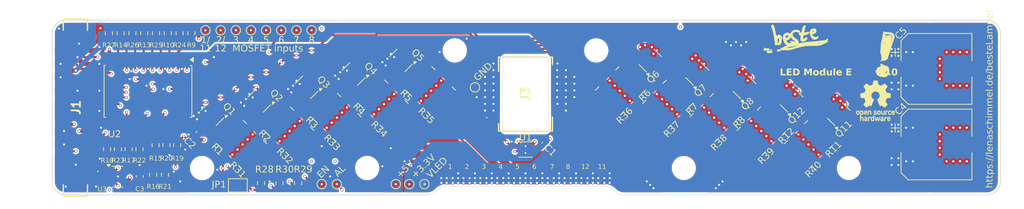
<source format=kicad_pcb>
(kicad_pcb (version 20240108) (generator "pcbnew") (generator_version "8.0")
  (title_block (title "besteLampe! LED Module E") (date "2024-09-15") (rev "2.0") (comment 1 "See  https://lenaschimmel.de/besteLampe! for the source and more information") (comment 2 "This source describes Open Hardware and is licensed under the CERN-OHL-S v2.") (comment 3 "Copyright 2024 Lena Schimmel <mail@lenaschimmel.de>") (comment 4 "Design for JLCPCB 4 Layer Service"))
  (layers (0 "F.Cu" signal) (1 "In1.Cu" signal) (2 "In2.Cu" signal) (31 "B.Cu" signal) (34 "B.Paste" user) (35 "F.Paste" user) (36 "B.SilkS" user "B.Silkscreen") (37 "F.SilkS" user "F.Silkscreen") (38 "B.Mask" user) (39 "F.Mask" user) (44 "Edge.Cuts" user))
  (net 0 "")
  (net 1 "GND")
  (net 2 "+4V")
  (net 3 "Net-(Q1-G)")
  (net 4 "Net-(Q3-G)")
  (net 5 "Net-(Q4-G)")
  (net 6 "Net-(Q5-G)")
  (net 7 "Net-(Q6-G)")
  (net 8 "Net-(Q7-G)")
  (net 9 "Net-(Q8-G)")
  (net 10 "/ALERT")
  (net 11 "/ENABLE")
  (net 12 "+5V")
  (net 13 "/SCL")
  (net 14 "Net-(Q1-D-Pad1)")
  (net 15 "Net-(Q2-D-Pad1)")
  (net 16 "Net-(Q3-D-Pad1)")
  (net 17 "Net-(Q4-D-Pad1)")
  (net 18 "Net-(Q5-D-Pad1)")
  (net 19 "Net-(Q6-D-Pad1)")
  (net 20 "Net-(Q7-D-Pad1)")
  (net 21 "Net-(Q8-D-Pad1)")
  (net 22 "/SDA")
  (net 23 "+3.3V")
  (net 24 "Net-(D1-K)")
  (net 25 "Net-(D2-K)")
  (net 26 "Net-(D3-K)")
  (net 27 "Net-(D4-K)")
  (net 28 "Net-(D5-K)")
  (net 29 "Net-(D6-K)")
  (net 30 "Net-(D7-K)")
  (net 31 "Net-(D8-K)")
  (net 32 "Net-(D11-K)")
  (net 33 "Net-(D12-K)")
  (net 34 "Net-(Q12-G)")
  (net 35 "Net-(Q11-D-Pad1)")
  (net 36 "Net-(Q12-D-Pad1)")
  (net 37 "/i4")
  (net 38 "/i7")
  (net 39 "/i2")
  (net 40 "/i1")
  (net 41 "/i8")
  (net 42 "/i3")
  (net 43 "/i6")
  (net 44 "/i5")
  (net 45 "Net-(R1-Pad1)")
  (net 46 "Net-(R2-Pad1)")
  (net 47 "Net-(R3-Pad1)")
  (net 48 "Net-(R34-Pad2)")
  (net 49 "Net-(R35-Pad2)")
  (net 50 "Net-(R36-Pad2)")
  (net 51 "Net-(R37-Pad2)")
  (net 52 "Net-(R38-Pad2)")
  (net 53 "Net-(R11-Pad1)")
  (net 54 "Net-(R12-Pad1)")
  (footprint "Capacitor_SMD:CP_Elec_10x7.9" (layer "F.Cu") (at 198.5 64.25)
    (property "Reference" "C5")
    (property "Value" "680uF")
  )
  (footprint "Resistor_SMD:R_1020_2550Metric" (layer "F.Cu") (at 167 70 45)
    (property "Reference" "R8")
    (property "Value" "220mR")
  )
  (footprint "Capacitor_SMD:C_0603_1608Metric_Pad1.08x0.95mm_HandSolder" (layer "F.Cu") (at 80.236336 80.25 -90)
    (property "Reference" "C3")
    (property "Value" "10nF")
  )
  (footprint "MountingHole:MountingHole_3.2mm_M3" (layer "F.Cu") (at 161 79 180)
    (property "Reference" "H5" (hide yes))
    (property "Value" "MountingHole")
  )
  (footprint "Resistor_SMD:R_1020_2550Metric" (layer "F.Cu") (at 160 68 45)
    (property "Reference" "R7")
    (property "Value" "220mR")
  )
  (footprint "MountingHole:MountingHole_3.2mm_M3" (layer "F.Cu") (at 127 61.5)
    (property "Reference" "H1" (hide yes))
    (property "Value" "MountingHole")
  )
  (footprint "Resistor_SMD:R_1020_2550Metric" (layer "F.Cu") (at 157 71 45)
    (property "Reference" "R37")
    (property "Value" "220mR")
  )
  (footprint "Resistor_SMD:R_0603_1608Metric" (layer "F.Cu") (at 98.25 81.25 -90)
    (property "Reference" "R28")
    (property "Value" "2740R")
  )
  (footprint "Cree XLAMP XE-G LED XEGAVT-H0:XEGAVTH_clean" (layer "F.Cu") (at 131.25 80.5)
    (property "Reference" "D3" (hide yes))
    (property "Value" "XEGAVT-H0-0000-000-000000K2001" (hide yes))
  )
  (footprint "Resistor_SMD:R_0603_1608Metric" (layer "F.Cu") (at 79.156586 58.946 90)
    (property "Reference" "R26")
    (property "Value" "2740R")
  )
  (footprint "TestPoint:TestPoint_Pad_D1.0mm" (layer "F.Cu") (at 107.25 81.4 180)
    (property "Reference" "TP6" (hide yes))
    (property "Value" "TestPoint")
  )
  (footprint "MountingHole:MountingHole_3.2mm_M3" (layer "F.Cu") (at 114 79)
    (property "Reference" "H6" (hide yes))
    (property "Value" "MountingHole")
  )
  (footprint "Resistor_SMD:R_1020_2550Metric" (layer "F.Cu") (at 150 69 45)
    (property "Reference" "R36")
    (property "Value" "220mR")
  )
  (footprint "Cree XLAMP XE-G LED XEGAVT-H0:XEGAVTH_clean" (layer "F.Cu") (at 133.75 80.5)
    (property "Reference" "D4" (hide yes))
    (property "Value" "XEGAVT-H0-0000-000-000000K2001" (hide yes))
  )
  (footprint "TestPoint:TestPoint_Pad_D1.0mm" (layer "F.Cu") (at 92.25 58.5)
    (property "Reference" "TP8" (hide yes))
    (property "Value" "TestPoint")
  )
  (footprint "TestPoint:TestPoint_Pad_D1.0mm" (layer "F.Cu") (at 130 67)
    (property "Reference" "TP1" (hide yes))
    (property "Value" "TestPoint")
  )
  (footprint "Resistor_SMD:R_1020_2550Metric" (layer "F.Cu") (at 104 75 135)
    (property "Reference" "R32")
    (property "Value" "220mR")
  )
  (footprint "009159008603906:009159008603906" (layer "F.Cu") (at 137.5 68 90)
    (property "Reference" "J3")
    (property "Value" "009159008603906" (hide yes))
  )
  (footprint "Resistor_SMD:R_0603_1608Metric" (layer "F.Cu") (at 80.906586 58.946 90)
    (property "Reference" "R13")
    (property "Value" "2740R")
  )
  (footprint "Resistor_SMD:R_0603_1608Metric" (layer "F.Cu") (at 87.906586 58.946 90)
    (property "Reference" "R9")
    (property "Value" "2740R")
  )
  (footprint "Capacitor_SMD:C_0603_1608Metric_Pad1.08x0.95mm_HandSolder" (layer "F.Cu") (at 89 74 45)
    (property "Reference" "C2")
    (property "Value" "10nF")
  )
  (footprint "Resistor_SMD:R_0603_1608Metric" (layer "F.Cu") (at 77.406586 58.946 90)
    (property "Reference" "R14")
    (property "Value" "2740R")
  )
  (footprint "Cree XLAMP XE-G LED XEGAVT-H0:XEGAVTH_clean" (layer "F.Cu") (at 141.25 80.5)
    (property "Reference" "D7" (hide yes))
    (property "Value" "XEGAVT-H0-0000-000-000000K2001" (hide yes))
  )
  (footprint "Resistor_SMD:R_0603_1608Metric" (layer "F.Cu") (at 101 81.25 -90)
    (property "Reference" "R30")
    (property "Value" "2740R")
  )
  (footprint "Resistor_SMD:R_0603_1608Metric" (layer "F.Cu") (at 84.2 75.6 -90)
    (property "Reference" "R20")
    (property "Value" "2740R")
  )
  (footprint "Cree XLAMP XE-G LED XEGAVT-H0:XEGAVTH_clean" (layer "F.Cu") (at 126.25 80.5)
    (property "Reference" "D1" (hide yes))
    (property "Value" "XEGAVT-H0-0000-000-000000K2001" (hide yes))
  )
  (footprint "Package_SO:SOIC-20W_7.5x12.8mm_P1.27mm" (layer "F.Cu") (at 81.462586 67.6 -90)
    (property "Reference" "U2")
    (property "Value" "74HCT244")
  )
  (footprint "TestPoint:TestPoint_Pad_D1.0mm" (layer "F.Cu") (at 109.5 81.4 180)
    (property "Reference" "TP5" (hide yes))
    (property "Value" "TestPoint")
  )
  (footprint "Package_SO:TSOP-6_1.65x3.05mm_P0.95mm" (layer "F.Cu") (at 177 69 135)
    (property "Reference" "Q12")
    (property "Value" "Si3456DDV")
  )
  (footprint "Resistor_SMD:R_1020_2550Metric" (layer "F.Cu") (at 94 74 135)
    (property "Reference" "R1")
    (property "Value" "220mR")
  )
  (footprint "TestPoint:TestPoint_Pad_D1.0mm" (layer "F.Cu") (at 103.5 58.5)
    (property "Reference" "TP13" (hide yes))
    (property "Value" "TestPoint")
  )
  (footprint "Resistor_SMD:R_0603_1608Metric" (layer "F.Cu") (at 82.6 75.6 -90)
    (property "Reference" "R15")
    (property "Value" "2740R")
  )
  (footprint "Resistor_SMD:R_0603_1608Metric" (layer "F.Cu") (at 75.656586 58.946 90)
    (property "Reference" "R27")
    (property "Value" "2740R")
  )
  (footprint "Resistor_SMD:R_0603_1608Metric" (layer "F.Cu") (at 86.156586 58.946 90)
    (property "Reference" "R24")
    (property "Value" "2740R")
  )
  (footprint "TestPoint:TestPoint_Pad_D1.0mm" (layer "F.Cu") (at 122.5 81.4)
    (property "Reference" "TP3" (hide yes))
    (property "Value" "TestPoint")
  )
  (footprint "Package_SO:TSOP-6_1.65x3.05mm_P0.95mm" (layer "F.Cu") (at 184 71 135)
    (property "Reference" "Q11")
    (property "Value" "Si3456DDV")
  )
  (footprint "Package_SO:TSOP-6_1.65x3.05mm_P0.95mm" (layer "F.Cu") (at 112 65 -135)
    (property "Reference" "Q4")
    (property "Value" "Si3456DDV")
  )
  (footprint "TestPoint:TestPoint_Pad_D1.0mm" (layer "F.Cu") (at 94.5 58.5)
    (property "Reference" "TP9" (hide yes))
    (property "Value" "TestPoint")
  )
  (footprint "Resistor_SMD:R_1020_2550Metric" (layer "F.Cu") (at 108 70 135)
    (property "Reference" "R3")
    (property "Value" "220mR")
  )
  (footprint "Resistor_SMD:R_0603_1608Metric" (layer "F.Cu") (at 80.2 76.196 -90)
    (property "Reference" "R22")
    (property "Value" "2740R")
  )
  (footprint "MountingHole:MountingHole_3.2mm_M3" (layer "F.Cu") (at 89.5 79)
    (property "Reference" "H3" (hide yes))
    (property "Value" "MountingHole")
  )
  (footprint "Resistor_SMD:R_0603_1608Metric" (layer "F.Cu") (at 82.656586 58.946 90)
    (property "Reference" "R25")
    (property "Value" "2740R")
  )
  (footprint "Resistor_SMD:R_0603_1608Metric" (layer "F.Cu") (at 75.4 76.196 -90)
    (property "Reference" "R18")
    (property "Value" "2740R")
  )
  (footprint "Cree XLAMP XE-G LED XEGAVT-H0:XEGAVTH_clean" (layer "F.Cu") (at 148.75 80.5)
    (property "Reference" "D11" (hide yes))
    (property "Value" "XEGAVT-H0-0000-000-000000K2001" (hide yes))
  )
  (footprint "Resistor_SMD:R_0603_1608Metric" (layer "F.Cu") (at 78.6 76.196 -90)
    (property "Reference" "R17")
    (property "Value" "2740R")
  )
  (footprint "Package_TO_SOT_SMD:SOT-23-5" (layer "F.Cu") (at 76.936336 80.3)
    (property "Reference" "U3")
    (property "Value" "24AA02UIDT-I/OT")
  )
  (footprint "Cree XLAMP XE-G LED XEGAVT-H0:XEGAVTH_clean" (layer "F.Cu") (at 138.75 80.5)
    (property "Reference" "D6" (hide yes))
    (property "Value" "XEGAVT-H0-0000-000-000000K2001" (hide yes))
  )
  (footprint "Package_SO:TSOP-6_1.65x3.05mm_P0.95mm" (layer "F.Cu") (at 156 63 135)
    (property "Reference" "Q6")
    (property "Value" "Si3456DDV")
  )
  (footprint "Resistor_SMD:R_1020_2550Metric" (layer "F.Cu") (at 122 66 135)
    (property "Reference" "R5")
    (property "Value" "220mR")
  )
  (footprint "Symbol:OSHW-Logo_5.7x6mm_SilkScreen" (layer "F.Cu") (at 189.45 69)
    (property "Reference" "LOGO1" (hide yes))
    (property "Value" "Logo_Open_Hardware_Small" (hide yes))
  )
  (footprint "Resistor_SMD:R_1020_2550Metric" (layer "F.Cu") (at 97 77 135)
    (property "Reference" "R31")
    (property "Value" "220mR")
  )
  (footprint "Resistor_SMD:R_0603_1608Metric" (layer "F.Cu") (at 103.75 81.25 -90)
    (property "Reference" "R29")
    (property "Value" "2740R")
  )
  (footprint "TestPoint:TestPoint_Pad_D1.0mm" (layer "F.Cu") (at 101.25 58.5)
    (property "Reference" "TP12" (hide yes))
    (property "Value" "TestPoint")
  )
  (footprint "Resistor_SMD:R_0603_1608Metric" (layer "F.Cu") (at 84.406586 58.946 90)
    (property "Reference" "R10")
    (property "Value" "2740R")
  )
  (footprint "Capacitor_SMD:CP_Elec_10x7.9" (layer "F.Cu") (at 198.5 75.5)
    (property "Reference" "C4")
    (property "Value" "680uF")
  )
  (footprint "MountingHole:MountingHole_3.2mm_M3" (layer "F.Cu") (at 185.5 79)
    (property "Reference" "H2" (hide yes))
    (property "Value" "MountingHole")
  )
  (footprint "Resistor_SMD:R_0603_1608Metric" (layer "F.Cu") (at 82.236336 80 -90)
    (property "Reference" "R16")
    (property "Value" "2740R")
  )
  (footprint "TestPoint:TestPoint_Pad_D1.0mm" (layer "F.Cu") (at 99 58.5)
    (property "Reference" "TP11" (hide yes))
    (property "Value" "TestPoint")
  )
  (footprint "Resistor_SMD:R_1020_2550Metric" (layer "F.Cu") (at 174 72 45)
    (property "Reference" "R12")
    (property "Value" "220mR")
  )
  (footprint "Resistor_SMD:R_0603_1608Metric" (layer "F.Cu") (at 77 76.196 -90)
    (property "Reference" "R23")
    (property "Value" "2740R")
  )
  (footprint "Capacitor_SMD:C_0402_1005Metric" (layer "F.Cu") (at 140.25 75.5 -135)
    (property "Reference" "C1")
    (property "Value" "10nF")
  )
  (footprint "Package_SO:TSOP-6_1.65x3.05mm_P0.95mm" (layer "F.Cu") (at 98 69 -135)
    (property "Reference" "Q2")
    (property "Value" "Si3456DDV")
  )
  (footprint "Cree XLAMP XE-G LED XEGAVT-H0:XEGAVTH_clean" (layer "F.Cu") (at 136.25 80.5)
    (property "Reference" "D5" (hide yes))
    (property "Value" "XEGAVT-H0-0000-000-000000K2001" (hide yes))
  )
  (footprint "Resistor_SMD:R_1020_2550Metric" (layer "F.Cu") (at 115 68 135)
    (property "Reference" "R4")
    (property "Value" "220mR")
  )
  (footprint "TestPoint:TestPoint_Pad_D1.0mm" (layer "F.Cu") (at 90 58.5)
    (property "Reference" "TP7" (hide yes))
    (property "Value" "TestPoint")
  )
  (footprint "TestPoint:TestPoint_Pad_D1.0mm" (layer "F.Cu") (at 118.25 81.4)
    (property "Reference" "TP4" (hide yes))
    (property "Value" "TestPoint")
  )
  (footprint "Resistor_SMD:R_1020_2550Metric" (layer "F.Cu") (at 164 73 45)
    (property "Reference" "R38")
    (property "Value" "220mR")
  )
  (footprint "Package_SO:TSOP-6_1.65x3.05mm_P0.95mm" (layer "F.Cu") (at 105 67 -135)
    (property "Reference" "Q3")
    (property "Value" "Si3456DDV")
  )
  (footprint "Cree XLAMP XE-G LED XEGAVT-H0:XEGAVTH_clean" (layer "F.Cu") (at 128.75 80.5)
    (property "Reference" "D2" (hide yes))
    (property "Value" "XEGAVT-H0-0000-000-000000K2001" (hide yes))
  )
  (footprint "Resistor_SMD:R_1020_2550Metric" (layer "F.Cu") (at 101 72 135)
    (property "Reference" "R2")
    (property "Value" "220mR")
  )
  (footprint "Cree XLAMP XE-G LED XEGAVT-H0:XEGAVTH_clean" (layer "F.Cu") (at 146.25 80.5)
    (property "Reference" "D12" (hide yes))
    (property "Value" "XEGAVT-H0-0000-000-000000K2001" (hide yes))
  )
  (footprint "SFW20S-2STE1LF:SFW20S2STE1LF" (layer "F.Cu") (at 70.785586 70 90)
    (property "Reference" "J1")
    (property "Value" "SFW20S-2STE1LF" (hide yes))
  )
  (footprint "Package_SON:WSON-8-1EP_2x2mm_P0.5mm_EP0.9x1.6mm_ThermalVias" (layer "F.Cu") (at 137.5 76.25)
    (property "Reference" "U1")
    (property "Value" "TMP1075DGK")
  )
  (footprint "Package_SO:TSOP-6_1.65x3.05mm_P0.95mm" (layer "F.Cu") (at 170 67 135)
    (property "Reference" "Q8")
    (property "Value" "Si3456DDV")
  )
  (footprint "TestPoint:TestPoint_Pad_D1.0mm" (layer "F.Cu") (at 96.75 58.5)
    (property "Reference" "TP10" (hide yes))
    (property "Value" "TestPoint")
  )
  (footprint "Package_SO:TSOP-6_1.65x3.05mm_P0.95mm" (layer "F.Cu") (at 119 63 -135)
    (property "Reference" "Q5")
    (property "Value" "Si3456DDV")
  )
  (footprint "Resistor_SMD:R_0603_1608Metric" (layer "F.Cu") (at 83.986336 80 -90)
    (property "Reference" "R21")
    (property "Value" "2740R")
  )
  (footprint "Resistor_SMD:R_1020_2550Metric" (layer "F.Cu") (at 153 66 45)
    (property "Reference" "R6")
    (property "Value" "220mR")
  )
  (footprint "Package_SO:TSOP-6_1.65x3.05mm_P0.95mm" (layer "F.Cu") (at 163 65 135)
    (property "Reference" "Q7")
    (property "Value" "Si3456DDV")
  )
  (footprint "Resistor_SMD:R_1020_2550Metric" (layer "F.Cu") (at 125 69 135)
    (property "Reference" "R35")
    (property "Value" "220mR")
  )
  (footprint "Package_SO:TSOP-6_1.65x3.05mm_P0.95mm" (layer "F.Cu") (at 91 71 -135)
    (property "Reference" "Q1")
    (property "Value" "Si3456DDV")
  )
  (footprint "TestPoint:TestPoint_Pad_D1.0mm" (layer "F.Cu") (at 105.75 58.5)
    (property "Reference" "TP14" (hide yes))
    (property "Value" "TestPoint")
  )
  (footprint "Resistor_SMD:R_1020_2550Metric" (layer "F.Cu") (at 181 74 45)
    (property "Reference" "R11")
    (property "Value" "220mR")
  )
  (footprint "Resistor_SMD:R_1020_2550Metric" (layer "F.Cu") (at 171 75 45)
    (property "Reference" "R39")
    (property "Value" "220mR")
  )
  (footprint "Cree XLAMP XE-G LED XEGAVT-H0:XEGAVTH_clean" (layer "F.Cu") (at 143.75 80.5)
    (property "Reference" "D8" (hide yes))
    (property "Value" "XEGAVT-H0-0000-000-000000K2001" (hide yes))
  )
  (footprint "Resistor_SMD:R_1020_2550Metric" (layer "F.Cu") (at 118 71 135)
    (property "Reference" "R34")
    (property "Value" "220mR")
  )
  (footprint "Resistor_SMD:R_1020_2550Metric" (layer "F.Cu") (at 111 73 135)
    (property "Reference" "R33")
    (property "Value" "220mR")
  )
  (footprint "LOGO" (layer "F.Cu") (at 182.733236 61.5)
    (property "Reference" "G***" (hide yes))
    (property "Value" "LOGO" (hide yes))
  )
  (footprint "Resistor_SMD:R_1020_2550Metric" (layer "F.Cu") (at 178 77 45)
    (property "Reference" "R40")
    (property "Value" "220mR")
  )
  (footprint "MountingHole:MountingHole_3.2mm_M3" (layer "F.Cu") (at 148 61.5)
    (property "Reference" "H4" (hide yes))
    (property "Value" "MountingHole")
  )
  (footprint "TestPoint:TestPoint_Pad_D1.0mm" (layer "F.Cu") (at 120.25 81.4)
    (property "Reference" "TP2" (hide yes))
    (property "Value" "TestPoint")
  )
  (footprint "Resistor_SMD:R_0603_1608Metric" (layer "F.Cu") (at 85.8 75.6 -90)
    (property "Reference" "R19")
    (property "Value" "2740R")
  )
  (footprint "Jumper:SolderJumper-2_P1.3mm_Open_TrianglePad1.0x1.5mm" (layer "F.Cu") (at 94.8 81.6 180)
    (property "Reference" "JP1")
    (property "Value" "SolderJumper_2_Open")
  )
  (gr_line (start 67.25 81) (end 67.25 59) (stroke (width 0.1)) (layer "Edge.Cuts"))
  (gr_line (start 134.6 62.4) (end 140.4 62.4) (stroke (width 0.05)) (layer "Edge.Cuts"))
  (gr_arc (start 69.25 83) (mid 67.835786 82.414214) (end 67.25 81) (stroke (width 0.1)) (layer "Edge.Cuts"))
  (gr_arc (start 149.171573 81.75) (mid 149.936946 81.902232) (end 150.585787 82.335787) (stroke (width 0.05)) (layer "Edge.Cuts"))
  (gr_arc (start 140.9 73.1) (mid 140.753553 73.453553) (end 140.4 73.6) (stroke (width 0.05)) (layer "Edge.Cuts"))
  (gr_line (start 140.9 62.9) (end 140.9 73.1) (stroke (width 0.05)) (layer "Edge.Cuts"))
  (gr_arc (start 140.4 62.4) (mid 140.753553 62.546447) (end 140.9 62.9) (stroke (width 0.05)) (layer "Edge.Cuts"))
  (gr_arc (start 152.078427 83) (mid 151.31306 82.847759) (end 150.664214 82.414214) (stroke (width 0.05)) (layer "Edge.Cuts"))
  (gr_arc (start 67.25 59) (mid 67.835786 57.585786) (end 69.25 57) (stroke (width 0.1)) (layer "Edge.Cuts"))
  (gr_line (start 69.25 57) (end 206 57) (stroke (width 0.1)) (layer "Edge.Cuts"))
  (gr_line (start 150.585787 82.335787) (end 150.664214 82.414214) (stroke (width 0.05)) (layer "Edge.Cuts"))
  (gr_line (start 122.921573 83) (end 69.25 83) (stroke (width 0.1)) (layer "Edge.Cuts"))
  (gr_arc (start 208 81) (mid 207.414214 82.414214) (end 206 83) (stroke (width 0.1)) (layer "Edge.Cuts"))
  (gr_arc (start 134.1 62.9) (mid 134.246447 62.546447) (end 134.6 62.4) (stroke (width 0.05)) (layer "Edge.Cuts"))
  (gr_line (start 140.4 73.6) (end 134.6 73.6) (stroke (width 0.05)) (layer "Edge.Cuts"))
  (gr_line (start 134.1 73.1) (end 134.1 62.9) (stroke (width 0.05)) (layer "Edge.Cuts"))
  (gr_line (start 206 83) (end 152.078427 83) (stroke (width 0.05)) (layer "Edge.Cuts"))
  (gr_arc (start 206 57) (mid 207.414214 57.585786) (end 208 59) (stroke (width 0.1)) (layer "Edge.Cuts"))
  (gr_line (start 149.171573 81.75) (end 125.828427 81.75) (stroke (width 0.05)) (layer "Edge.Cuts"))
  (gr_arc (start 124.335786 82.414214) (mid 123.68694 82.847759) (end 122.921573 83) (stroke (width 0.05)) (layer "Edge.Cuts"))
  (gr_arc (start 124.414213 82.335787) (mid 125.06306 81.902241) (end 125.828427 81.75) (stroke (width 0.05)) (layer "Edge.Cuts"))
  (gr_line (start 208 59) (end 208 81) (stroke (width 0.1)) (layer "Edge.Cuts"))
  (gr_arc (start 134.6 73.6) (mid 134.246447 73.453553) (end 134.1 73.1) (stroke (width 0.05)) (layer "Edge.Cuts"))
  (gr_line (start 124.414213 82.335787) (end 124.335786 82.414214) (stroke (width 0.05)) (layer "Edge.Cuts"))
  (gr_text "GND" (at 130.5 66.25 45) (layer "F.SilkS") (effects (font (size 1 1) (thickness 0.1)) (justify left bottom)))
  (gr_text "3" (at 94.5 60 0) (layer "F.SilkS") (effects (font (size 1 1) (thickness 0.1))))
  (gr_text "4" (at 96.75 60 0) (layer "F.SilkS") (effects (font (size 1 1) (thickness 0.1))))
  (gr_text "7" (at 103.5 60 0) (layer "F.SilkS") (effects (font (size 1 1) (thickness 0.1))))
  (gr_text "3" (at 131 79.25 0) (layer "F.SilkS") (effects (font (size 0.7 0.7) (thickness 0.1)) (justify left bottom)))
  (gr_text "2\n" (at 128.5 79.25 0) (layer "F.SilkS") (effects (font (size 0.7 0.7) (thickness 0.1)) (justify left bottom)))
  (gr_text "LED Module E       v2.0" (at 175.25 65.387502 0) (layer "F.SilkS") (effects (font (size 1 1) (thickness 0.2) (bold yes)) (justify left bottom)))
  (gr_text "11" (at 148.25 79.25 0) (layer "F.SilkS") (effects (font (size 0.7 0.7) (thickness 0.1)) (justify left bottom)))
  (gr_text "7" (at 141.15 79.25 0) (layer "F.SilkS") (effects (font (size 0.7 0.7) (thickness 0.1)) (justify left bottom)))
  (gr_text "1/" (at 90 60 0) (layer "F.SilkS") (effects (font (size 1 1) (thickness 0.1))))
  (gr_text "12" (at 145.75 79.25 0) (layer "F.SilkS") (effects (font (size 0.7 0.7) (thickness 0.1)) (justify left bottom)))
  (gr_text "+3.3V" (at 121.25 80.7 45) (layer "F.SilkS") (effects (font (size 1 1) (thickness 0.1)) (justify left bottom)))
  (gr_text "4" (at 133.5 79.25 0) (layer "F.SilkS") (effects (font (size 0.7 0.7) (thickness 0.1)) (justify left bottom)))
  (gr_text "2/" (at 92.25 60 0) (layer "F.SilkS") (effects (font (size 1 1) (thickness 0.1))))
  (gr_text "EN" (at 107.25 80.7 45) (layer "F.SilkS") (effects (font (size 1 1) (thickness 0.1)) (justify left bottom)))
  (gr_text "12" (at 92.25 61.25 0) (layer "F.SilkS") (effects (font (size 1 1) (thickness 0.1))))
  (gr_text "AL" (at 109.75 80.5 45) (layer "F.SilkS") (effects (font (size 1 1) (thickness 0.1)) (justify left bottom)))
  (gr_text "8" (at 105.75 60 0) (layer "F.SilkS") (effects (font (size 1 1) (thickness 0.1))))
  (gr_text "11" (at 90 61.25 0) (layer "F.SilkS") (effects (font (size 1 1) (thickness 0.1))))
  (gr_text "5" (at 136 79.25 0) (layer "F.SilkS") (effects (font (size 0.7 0.7) (thickness 0.1)) (justify left bottom)))
  (gr_text "MOSFET inputs" (at 94 61.25 0) (layer "F.SilkS") (effects (font (size 1 1) (thickness 0.1)) (justify left)))
  (gr_text "VLED" (at 123.5 80.7 45) (layer "F.SilkS") (effects (font (size 1 1) (thickness 0.1)) (justify left bottom)))
  (gr_text "8" (at 143.5 79.25 0) (layer "F.SilkS") (effects (font (size 0.7 0.7) (thickness 0.1)) (justify left bottom)))
  (gr_text "5" (at 99 60 0) (layer "F.SilkS") (effects (font (size 1 1) (thickness 0.1))))
  (gr_text "1" (at 126 79.25 0) (layer "F.SilkS") (effects (font (size 0.7 0.7) (thickness 0.1)) (justify left bottom)))
  (gr_text "https://lenaschimmel.de/besteLampe!" (at 207 82 90) (layer "F.SilkS") (effects (font (size 1 1) (thickness 0.125)) (justify left bottom)))
  (gr_text "6" (at 101.25 60 0) (layer "F.SilkS") (effects (font (size 1 1) (thickness 0.1))))
  (gr_text "+5V" (at 119 80.7 45) (layer "F.SilkS") (effects (font (size 1 1) (thickness 0.1)) (justify left bottom)))
  (gr_text "6" (at 138.5 79.25 0) (layer "F.SilkS") (effects (font (size 0.7 0.7) (thickness 0.1)) (justify left bottom)))
  (segment (start 141.151072 74.651072) (end 140.589411 75.212733) (width 0.4) (layer "F.Cu") (net 1))
  (segment (start 77.636336 79.35) (end 78.073836 79.35) (width 0.5) (layer "F.Cu") (net 1))
  (segment (start 80.198836 79.35) (end 80.236336 79.3875) (width 0.5) (layer "F.Cu") (net 1))
  (segment (start 89 59.214414) (end 89 59.75) (width 0.5) (layer "F.Cu") (net 1))
  (segment (start 80.236336 79.3875) (end 80.236336 78.55) (width 0.5) (layer "F.Cu") (net 1))
  (segment (start 87.906586 58.121) (end 75.656586 58.121) (width 0.5) (layer "F.Cu") (net 1))
  (segment (start 82.6 76.425) (end 84.2 76.425) (width 0.5) (layer "F.Cu") (net 1))
  (segment (start 80.236336 77.057336) (end 80.2 77.021) (width 0.5) (layer "F.Cu") (net 1))
  (segment (start 137.775 77.025) (end 138.45 77.025) (width 0.3) (layer "F.Cu") (net 1))
  (segment (start 84.2 76.6) (end 84.65 77.05) (width 0.5) (layer "F.Cu") (net 1))
  (segment (start 137.5 76.75) (end 137.25 77) (width 0.3) (layer "F.Cu") (net 1))
  (segment (start 88.75 72.53024) (end 88.75 71.75) (width 0.5) (layer "F.Cu") (net 1))
  (segment (start 80.236336 78.55) (end 80.236336 77.057336) (width 0.5) (layer "F.Cu") (net 1))
  (segment (start 82.236336 80.825) (end 83.986336 80.825) (width 0.5) (layer "F.Cu") (net 1))
  (segment (start 137.25 77) (end 136.55 77) (width 0.3) (layer "F.Cu") (net 1))
  (segment (start 75.656586 58.121) (end 74.481586 58.121) (width 0.5) (layer "F.Cu") (net 1))
  (segment (start 74.3 77.6) (end 74.982336 77.6) (width 0.5) (layer "F.Cu") (net 1))
  (segment (start 76.686336 80.3) (end 76.736336 80.25) (width 0.5) (layer "F.Cu") (net 1))
  (segment (start 80.236336 79.3875) (end 80.798836 79.3875) (width 0.5) (layer "F.Cu") (net 1))
  (segment (start 74.481586 58.121) (end 74.406586 58.196) (width 0.5) (layer "F.Cu") (net 1))
  (segment (start 84.2 76.425) (end 84.2 76.6) (width 0.5) (layer "F.Cu") (net 1))
  (segment (start 77 79.986336) (end 77.636336 79.35) (width 0.5) (layer "F.Cu") (net 1))
  (segment (start 80.798836 79.3875) (end 82.236336 80.825) (width 0.5) (layer "F.Cu") (net 1))
  (segment (start 75.747586 61.35) (end 75.747586 62.95) (width 0.5) (layer "F.Cu") (net 1))
  (segment (start 87.906586 58.121) (end 89 59.214414) (width 0.5) (layer "F.Cu") (net 1))
  (segment (start 75.798836 80.3) (end 76.686336 80.3) (width 0.5) (layer "F.Cu") (net 1))
  (segment (start 74.982336 77.6) (end 75.561336 77.021) (width 0.5) (layer "F.Cu") (net 1))
  (segment (start 77 80.25) (end 77 79.986336) (width 0.5) (layer "F.Cu") (net 1))
  (segment (start 137.5 76.75) (end 137.775 77.025) (width 0.3) (layer "F.Cu") (net 1))
  (segment (start 78.073836 79.35) (end 80.198836 79.35) (width 0.5) (layer "F.Cu") (net 1))
  (segment (start 76.736336 80.25) (end 77 80.25) (width 0.5) (layer "F.Cu") (net 1))
  (segment (start 85.280668 79.530668) (end 83.986336 80.825) (width 0.5) (layer "F.Cu") (net 1))
  (segment (start 75.4 77.021) (end 80.2 77.021) (width 0.5) (layer "F.Cu") (net 1))
  (segment (start 89.60988 73.39012) (end 88.75 72.53024) (width 0.5) (layer "F.Cu") (net 1))
  (via (at 164 63.5) (size 0.45) (drill 0.3) (layers "F.Cu" "B.Cu") (net 1))
  (via (at 116.25 63.25) (size 0.45) (drill 0.3) (layers "F.Cu" "B.Cu") (net 1))
  (via (at 71.25 60.5) (size 0.45) (drill 0.3) (layers "F.Cu" "B.Cu") (net 1))
  (via (at 86.5 64.25) (size 0.45) (drill 0.3) (layers "F.Cu" "B.Cu") (net 1))
  (via (at 132.75 63.45) (size 0.45) (drill 0.3) (layers "F.Cu" "B.Cu") (net 1))
  (via (at 74.25 63.5) (size 0.45) (drill 0.3) (layers "F.Cu" "B.Cu") (net 1))
  (via (at 75.747586 61.35) (size 0.45) (drill 0.3) (layers "F.Cu" "B.Cu") (net 1))
  (via (at 155.25 60.75) (size 0.45) (drill 0.3) (layers "F.Cu" "B.Cu") (net 1))
  (via (at 90 70.5) (size 0.45) (drill 0.3) (layers "F.Cu" "B.Cu") (net 1))
  (via (at 89 59.75) (size 0.45) (drill 0.3) (layers "F.Cu" "B.Cu") (net 1))
  (via (at 110 64.75) (size 0.45) (drill 0.3) (layers "F.Cu" "B.Cu") (net 1))
  (via (at 199 62.75) (size 0.45) (drill 0.3) (layers "F.Cu" "B.Cu") (net 1))
  (via (at 71 67.5) (size 0.45) (drill 0.3) (layers "F.Cu" "B.Cu") (net 1))
  (via (at 169.75 64.25) (size 0.45) (drill 0.3) (layers "F.Cu" "B.Cu") (net 1))
  (via (at 69 75.5) (size 0.45) (drill 0.3) (layers "F.Cu" "B.Cu") (net 1))
  (via (at 202 73) (size 0.45) (drill 0.3) (layers "F.Cu" "B.Cu") (net 1))
  (via (at 78.75 65.771) (size 0.45) (drill 0.3) (layers "F.Cu" "B.Cu") (net 1))
  (via (at 132.75 67.45) (size 0.45) (drill 0.3) (layers "F.Cu" "B.Cu") (net 1))
  (via (at 169.25 64.75) (size 0.45) (drill 0.3) (layers "F.Cu" "B.Cu") (net 1))
  (via (at 81.5 64.25) (size 0.45) (drill 0.3) (layers "F.Cu" "B.Cu") (net 1))
  (via (at 77 80.25) (size 0.45) (drill 0.3) (layers "F.Cu" "B.Cu") (net 1))
  (via (at 108.5 80.25) (size 0.45) (drill 0.3) (layers "F.Cu" "B.Cu") (net 1))
  (via (at 107.25 75.75) (size 0.45) (drill 0.3) (layers "F.Cu" "B.Cu") (net 1))
  (via (at 89.5 70) (size 0.45) (drill 0.3) (layers "F.Cu" "B.Cu") (net 1))
  (via (at 95.75 69.75) (size 0.45) (drill 0.3) (layers "F.Cu" "B.Cu") (net 1))
  (via (at 117.5 62) (size 0.45) (drill 0.3) (layers "F.Cu" "B.Cu") (net 1))
  (via (at 132.75 65.45) (size 0.45) (drill 0.3) (layers "F.Cu" "B.Cu") (net 1))
  (via (at 203 61.75) (size 0.45) (drill 0.3) (layers "F.Cu" "B.Cu") (net 1))
  (via (at 156.25 61) (size 0.45) (drill 0.3) (layers "F.Cu" "B.Cu") (net 1))
  (via (at 200 78) (size 0.45) (drill 0.3) (layers "F.Cu" "B.Cu") (net 1))
  (via (at 131.5 68.45) (size 0.45) (drill 0.3) (layers "F.Cu" "B.Cu") (net 1))
  (via (at 199 65.75) (size 0.45) (drill 0.3) (layers "F.Cu" "B.Cu") (net 1))
  (via (at 68.5 63.5) (size 0.45) (drill 0.3) (layers "F.Cu" "B.Cu") (net 1))
  (via (at 130.25 68.45) (size 0.45) (drill 0.3) (layers "F.Cu" "B.Cu") (net 1))
  (via (at 200 61.75) (size 0.45) (drill 0.3) (layers "F.Cu" "B.Cu") (net 1))
  (via (at 203 78) (size 0.45) (drill 0.3) (layers "F.Cu" "B.Cu") (net 1))
  (via (at 89 70.75) (size 0.45) (drill 0.3) (layers "F.Cu" "B.Cu") (net 1))
  (via (at 162.75 62.25) (size 0.45) (drill 0.3) (layers "F.Cu" "B.Cu") (net 1))
  (via (at 79 64.621) (size 0.45) (drill 0.3) (layers "F.Cu" "B.Cu") (net 1))
  (via (at 91.75 79.25) (size 0.45) (drill 0.3) (layers "F.Cu" "B.Cu") (net 1))
  (via (at 109.75 65.75) (size 0.45) (drill 0.3) (layers "F.Cu" "B.Cu") (net 1))
  (via (at 132.75 68.45) (size 0.45) (drill 0.3) (layers "F.Cu" "B.Cu") (net 1))
  (via (at 157 61.5) (size 0.45) (drill 0.3) (layers "F.Cu" "B.Cu") (net 1))
  (via (at 68.5 65.5) (size 0.45) (drill 0.3) (layers "F.Cu" "B.Cu") (net 1))
  (via (at 81.25 66.75) (size 0.45) (drill 0.3) (layers "F.Cu" "B.Cu") (net 1))
  (via (at 74.5 73) (size 0.45) (drill 0.3) (layers "F.Cu" "B.Cu") (net 1))
  (via (at 117 62.75) (size 0.45) (drill 0.3) (layers "F.Cu" "B.Cu") (net 1))
  (via (at 199 63.75) (size 0.45) (drill 0.3) (layers "F.Cu" "B.Cu") (net 1))
  (via (at 132.75 66.45) (size 0.45) (drill 0.3) (layers "F.Cu" "B.Cu") (net 1))
  (via (at 200 66.75) (size 0.45) (drill 0.3) (layers "F.Cu" "B.Cu") (net 1))
  (via (at 80.236336 78.55) (size 0.45) (drill 0.3) (layers "F.Cu" "B.Cu") (net 1))
  (via (at 71 62.5) (size 0.45) (drill 0.3) (layers "F.Cu" "B.Cu") (net 1))
  (via (at 116.75 63.75) (size 0.45) (drill 0.3) (layers "F.Cu" "B.Cu") (net 1))
  (via (at 99.5 81) (size 0.45) (drill 0.3) (layers "F.Cu" "B.Cu") (net 1))
  (via (at 160.5 58) (size 0.45) (drill 0.3) (layers "F.Cu" "B.Cu") (net 1))
  (via (at 74.406586 58.196) (size 0.45) (drill 0.3) (layers "F.Cu" "B.Cu") (net 1))
  (via (at 202 66.75) (size 0.45) (drill 0.3) (layers "F.Cu" "B.Cu") (net 1))
  (via (at 131.5 70.45) (size 0.45) (drill 0.3) (layers "F.Cu" "B.Cu") (net 1))
  (via (at 201 78) (size 0.45) (drill 0.3) (layers "F.Cu" "B.Cu") (net 1))
  (via (at 184.5 70) (size 0.45) (drill 0.3) (layers "F.Cu" "B.Cu") (net 1))
  (via (at 96 68.75) (size 0.45) (drill 0.3) (layers "F.Cu" "B.Cu") (net 1))
  (via (at 135.45 75.05) (size 0.45) (drill 0.3) (layers "F.Cu" "B.Cu") (net 1))
  (via (at 87.5 74) (size 0.45) (drill 0.3) (layers "F.Cu" "B.Cu") (net 1))
  (via (at 69 73.5) (size 0.45) (drill 0.3) (layers "F.Cu" "B.Cu") (net 1))
  (via (at 84 64.25) (size 0.45) (drill 0.3) (layers "F.Cu" "B.Cu") (net 1))
  (via (at 104 66.5) (size 0.45) (drill 0.3) (layers "F.Cu" "B.Cu") (net 1))
  (via (at 74.3 77.6) (size 0.45) (drill 0.3) (layers "F.Cu" "B.Cu") (net 1))
  (via (at 73.75 81.75) (size 0.45) (drill 0.3) (layers "F.Cu" "B.Cu") (net 1))
  (via (at 201 66.75) (size 0.45) (drill 0.3) (layers "F.Cu" "B.Cu") (net 1))
  (via (at 203 73) (size 0.45) (drill 0.3) (layers "F.Cu" "B.Cu") (net 1))
  (via (at 200 73) (size 0.45) (drill 0.3) (layers "F.Cu" "B.Cu") (net 1))
  (via (at 85.280668 79.530668) (size 0.45) (drill 0.3) (layers "F.Cu" "B.Cu") (net 1))
  (via (at 141.151072 74.651072) (size 0.45) (drill 0.3) (layers "F.Cu" "B.Cu") (net 1))
  (via (at 177.5 68) (size 0.45) (drill 0.3) (layers "F.Cu" "B.Cu") (net 1))
  (via (at 132.75 69.45) (size 0.45) (drill 0.3) (layers "F.Cu" "B.Cu") (net 1))
  (via (at 103.5 66) (size 0.45) (drill 0.3) (layers "F.Cu" "B.Cu") (net 1))
  (via (at 88.25 71.25) (size 0.45) (drill 0.3) (layers "F.Cu" "B.Cu") (net 1))
  (via (at 87 76.25) (size 0.45) (drill 0.3) (layers "F.Cu" "B.Cu") (net 1))
  (via (at 110.5 64) (size 0.45) (drill 0.3) (layers "F.Cu" "B.Cu") (net 1))
  (via (at 91.25 62.5) (size 0.45) (drill 0.3) (layers "F.Cu" "B.Cu") (net 1))
  (via (at 199 64.75) (size 0.45) (drill 0.3) (layers "F.Cu" "B.Cu") (net 1))
  (via (at 74.25 70.5) (size 0.45) (drill 0.3) (layers "F.Cu" "B.Cu") (net 1))
  (via (at 111 64.5) (size 0.45) (drill 0.3) (layers "F.Cu" "B.Cu") (net 1))
  (via (at 96.5 68) (size 0.45) (drill 0.3) (layers "F.Cu" "B.Cu") (net 1))
  (via (at 131.5 66.45) (size 0.45) (drill 0.3) (layers "F.Cu" "B.Cu") (net 1))
  (via (at 69.25 81.75) (size 0.45) (drill 0.3) (layers "F.Cu" "B.Cu") (net 1))
  (via (at 199 75) (size 0.45) (drill 0.3) (layers "F.Cu" "B.Cu") (net 1))
  (via (at 128.75 59.75) (size 0.45) (drill 0.3) (layers "F.Cu" "B.Cu") (net 1))
  (via (at 163.5 64) (size 0.45) (drill 0.3) (layers "F.Cu" "B.Cu") (net 1))
  (via (at 199 74) (size 0.45) (drill 0.3) (layers "F.Cu" "B.Cu") (net 1))
  (via (at 199 77) (size 0.45) (drill 0.3) (layers "F.Cu" "B.Cu") (net 1))
  (via (at 131.5 69.45) (size 0.45) (drill 0.3) (layers "F.Cu" "B.Cu") (net 1))
  (via (at 202 61.75) (size 0.45) (drill 0.3) (layers "F.Cu" "B.Cu") (net 1))
  (via (at 176.75 66.25) (size 0.45) (drill 0.3) (layers "F.Cu" "B.Cu") (net 1))
  (via (at 109.25 65.25) (size 0.45) (drill 0.3) (layers "F.Cu" "B.Cu") (net 1))
  (via (at 201 61.75) (size 0.45) (drill 0.3) (layers "F.Cu" "B.Cu") (net 1))
  (via (at 183.75 68.25) (size 0.45) (drill 0.3) (layers "F.Cu" "B.Cu") (net 1))
  (via (at 203 66.75) (size 0.45) (drill 0.3) (layers "F.Cu" "B.Cu") (net 1))
  (via (at 70.75 78.5) (size 0.45) (drill 0.3) (layers "F.Cu" "B.Cu") (net 1))
  (via (at 184.25 69) (size 0.45) (drill 0.3) (layers "F.Cu" "B.Cu") (net 1))
  (via (at 199 76) (size 0.45) (drill 0.3) (layers "F.Cu" "B.Cu") (net 1))
  (via (at 119.55 78) (size 0.45) (drill 0.3) (layers "F.Cu" "B.Cu") (net 1))
  (via (at 170.25 65) (size 0.45) (drill 0.3) (layers "F.Cu" "B.Cu") (net 1))
  (via (at 170.5 66) (size 0.45) (drill 0.3) (layers "F.Cu" "B.Cu") (net 1))
  (via (at 117.5 76.05) (size 0.45) (drill 0.3) (layers "F.Cu" "B.Cu") (net 1))
  (via (at 97 68.5) (size 0.45) (drill 0.3) (layers "F.Cu" "B.Cu") (net 1))
  (via (at 183.25 68.75) (size 0.45) (drill 0.3) (layers "F.Cu" "B.Cu") (net 1))
  (via (at 156.5 62) (size 0.45) (drill 0.3) (layers "F.Cu" "B.Cu") (net 1))
  (via (at 131.5 67.45) (size 0.45) (drill 0.3) (layers "F.Cu" "B.Cu") (net 1))
  (via (at 116.25 78.75) (size 0.45) (drill 0.3) (layers "F.Cu" "B.Cu") (net 1))
  (via (at 84.65 77.05) (size 0.45) (drill 0.3) (layers "F.Cu" "B.Cu") (net 1))
  (via (at 202 78) (size 0.45) (drill 0.3) (layers "F.Cu" "B.Cu") (net 1))
  (via (at 162.25 62.75) (size 0.45) (drill 0.3) (layers "F.Cu" "B.Cu") (net 1))
  (via (at 163.25 63) (size 0.45) (drill 0.3) (layers "F.Cu" "B.Cu") (net 1))
  (via (at 74.25 67.5) (size 0.45) (drill 0.3) (layers "F.Cu" "B.Cu") (net 1))
  (via (at 107.25 58.25) (size 0.45) (drill 0.3) (layers "F.Cu" "B.Cu") (net 1))
  (via (at 171 65.5) (size 0.45) (drill 0.3) (layers "F.Cu" "B.Cu") (net 1))
  (via (at 177.25 67) (size 0.45) (drill 0.3) (layers "F.Cu" "B.Cu") (net 1))
  (via (at 132.75 64.45) (size 0.45) (drill 0.3) (layers "F.Cu" "B.Cu") (net 1))
  (via (at 68.25 58.25) (size 0.45) (drill 0.3) (layers "F.Cu" "B.Cu") (net 1))
  (via (at 88.75 71.75) (size 0.45) (drill 0.3) (layers "F.Cu" "B.Cu") (net 1))
  (via (at 102.75 67.75) (size 0.45) (drill 0.3) (layers "F.Cu" "B.Cu") (net 1))
  (via (at 103 66.75) (size 0.45) (drill 0.3) (layers "F.Cu" "B.Cu") (net 1))
  (via (at 118 62.5) (size 0.45) (drill 0.3) (layers "F.Cu" "B.Cu") (net 1))
  (via (at 95.25 69.25) (size 0.45) (drill 0.3) (layers "F.Cu" "B.Cu") (net 1))
  (via (at 178 67.5) (size 0.45) (drill 0.3) (layers "F.Cu" "B.Cu") (net 1))
  (via (at 131.5 65.45) (size 0.45) (drill 0.3) (layers "F.Cu" "B.Cu") (net 1))
  (via (at 86.25 81) (size 0.45) (drill 0.3) (layers "F.Cu" "B.Cu") (net 1))
  (via (at 154.5 61) (size 0.45) (drill 0.3) (layers "F.Cu" "B.Cu") (net 1))
  (via (at 201 73) (size 0.45) (drill 0.3) (layers "F.Cu" "B.Cu") (net 1))
  (via (at 83.75 67.25) (size 0.45) (drill 0.3) (layers "F.Cu" "B.Cu") (net 1))
  (via (at 132.75 70.45) (size 0.45) (drill 0.3) (layers "F.Cu" "B.Cu") (net 1))
  (via (at 71 70.5) (size 0.45) (drill 0.3) (layers "F.Cu" "B.Cu") (net 1))
  (via (at 176.25 66.75) (size 0.45) (drill 0.3) (layers "F.Cu" "B.Cu") (net 1))
  (via (at 185 69.5) (size 0.45) (drill 0.3) (layers "F.Cu" "B.Cu") (net 1))
  (via (at 102.25 67.25) (size 0.45) (drill 0.3) (layers "F.Cu" "B.Cu") (net 1))
  (via (at 124.75 61.75) (size 0.45) (drill 0.3) (layers "F.Cu" "B.Cu") (net 1))
  (segment (start 70.75 64.5) (end 68.960586 64.5) (width 0.7) (layer "F.Cu") (net 2))
  (segment (start 74.25 61) (end 73.75 61.5) (width 0.7) (layer "F.Cu") (net 2))
  (segment (start 73.75 61.5) (end 72.710586 61.5) (width 0.7) (layer "F.Cu") (net 2))
  (via (at 142.2 68.45) (size 0.45) (drill 0.3) (layers "F.Cu" "B.Cu") (net 2))
  (via (at 140 81.2) (size 0.45) (drill 0.3) (layers "F.Cu" "B.Cu") (net 2))
  (via (at 142.5 79.8) (size 0.45) (drill 0.3) (layers "F.Cu" "B.Cu") (net 2))
  (via (at 142.5 80.5) (size 0.45) (drill 0.3) (layers "F.Cu" "B.Cu") (net 2))
  (via (at 140 80.5) (size 0.45) (drill 0.3) (layers "F.Cu" "B.Cu") (net 2))
  (via (at 144.75 65.45) (size 0.45) (drill 0.3) (layers "F.Cu" "B.Cu") (net 2))
  (via (at 129.2 80.5) (size 0.45) (drill 0.3) (layers "F.Cu" "B.Cu") (net 2))
  (via (at 137.5 80.5) (size 0.45) (drill 0.3) (layers "F.Cu" "B.Cu") (net 2))
  (via (at 195 73) (size 0.45) (drill 0.3) (layers "F.Cu" "B.Cu") (net 2))
  (via (at 192.85 78.55) (size 0.45) (drill 0.3) (layers "F.Cu" "B.Cu") (net 2))
  (via (at 194 73) (size 0.45) (drill 0.3) (layers "F.Cu" "B.Cu") (net 2))
  (via (at 126.7 81.2) (size 0.45) (drill 0.3) (layers "F.Cu" "B.Cu") (net 2))
  (via (at 135 80.5) (size 0.45) (drill 0.3) (layers "F.Cu" "B.Cu") (net 2))
  (via (at 144.2 81.2) (size 0.45) (drill 0.3) (layers "F.Cu" "B.Cu") (net 2))
  (via (at 142.5 81.2) (size 0.45) (drill 0.3) (layers "F.Cu" "B.Cu") (net 2))
  (via (at 142.25 69.45) (size 0.45) (drill 0.3) (layers "F.Cu" "B.Cu") (net 2))
  (via (at 192.85 67.3) (size 0.45) (drill 0.3) (layers "F.Cu" "B.Cu") (net 2))
  (via (at 166.25 81.5) (size 0.45) (drill 0.3) (layers "F.Cu" "B.Cu") (net 2))
  (via (at 127.5 80.5) (size 0.45) (drill 0.3) (layers "F.Cu" "B.Cu") (net 2))
  (via (at 128.3 80.5) (size 0.45) (drill 0.3) (layers "F.Cu" "B.Cu") (net 2))
  (via (at 191.85 72.55) (size 0.45) (drill 0.3) (layers "F.Cu" "B.Cu") (net 2))
  (via (at 125 80.5) (size 0.45) (drill 0.3) (layers "F.Cu" "B.Cu") (net 2))
  (via (at 144.75 66.45) (size 0.45) (drill 0.3) (layers "F.Cu" "B.Cu") (net 2))
  (via (at 156.5 82) (size 0.45) (drill 0.3) (layers "F.Cu" "B.Cu") (net 2))
  (via (at 148.3 81.2) (size 0.45) (drill 0.3) (layers "F.Cu" "B.Cu") (net 2))
  (via (at 191.85 62.3) (size 0.45) (drill 0.3) (layers "F.Cu" "B.Cu") (net 2))
  (via (at 168 60.75) (size 0.45) (drill 0.3) (layers "F.Cu" "B.Cu") (net 2))
  (via (at 130.8 81.2) (size 0.45) (drill 0.3) (layers "F.Cu" "B.Cu") (net 2))
  (via (at 144.2 80.5) (size 0.45) (drill 0.3) (layers "F.Cu" "B.Cu") (net 2))
  (via (at 146.7 80.5) (size 0.45) (drill 0.3) (layers "F.Cu" "B.Cu") (net 2))
  (via (at 147.5 81.2) (size 0.45) (drill 0.3) (layers "F.Cu" "B.Cu") (net 2))
  (via (at 143.3 81.2) (size 0.45) (drill 0.3) (layers "F.Cu" "B.Cu") (net 2))
  (via (at 155.5 81) (size 0.45) (drill 0.3) (layers "F.Cu" "B.Cu") (net 2))
  (via (at 192.85 73.55) (size 0.45) (drill 0.3) (layers "F.Cu" "B.Cu") (net 2))
  (via (at 141.7 80.5) (size 0.45) (drill 0.3) (layers "F.Cu" "B.Cu") (net 2))
  (via (at 147.5 79.8) (size 0.45) (drill 0.3) (layers "F.Cu" "B.Cu") (net 2))
  (via (at 147.5 80.5) (size 0.45) (drill 0.3) (layers "F.Cu" "B.Cu") (net 2))
  (via (at 166.75 81) (size 0.45) (drill 0.3) (layers "F.Cu" "B.Cu") (net 2))
  (via (at 131.7 80.5) (size 0.45) (drill 0.3) (layers "F.Cu" "B.Cu") (net 2))
  (via (at 192.85 66.3) (size 0.45) (drill 0.3) (layers "F.Cu" "B.Cu") (net 2))
  (via (at 127.5 79.8) (size 0.45) (drill 0.3) (layers "F.Cu" "B.Cu") (net 2))
  (via (at 195 78) (size 0.45) (drill 0.3) (layers "F.Cu" "B.Cu") (net 2))
  (via (at 167.25 60.25) (size 0.45) (drill 0.3) (layers "F.Cu" "B.Cu") (net 2))
  (via (at 138.3 81.2) (size 0.45) (drill 0.3) (layers "F.Cu" "B.Cu") (net 2))
  (via (at 132.5 80.5) (size 0.45) (drill 0.3) (layers "F.Cu" "B.Cu") (net 2))
  (via (at 133.3 81.2) (size 0.45) (drill 0.3) (layers "F.Cu" "B.Cu") (net 2))
  (via (at 194 66.75) (size 0.45) (drill 0.3) (layers "F.Cu" "B.Cu") (net 2))
  (via (at 192.85 72.55) (size 0.45) (drill 0.3) (layers "F.Cu" "B.Cu") (net 2))
  (via (at 168.75 60.25) (size 0.45) (drill 0.3) (layers "F.Cu" "B.Cu") (net 2))
  (via (at 192.85 61.3) (size 0.45) (drill 0.3) (layers "F.Cu" "B.Cu") (net 2))
  (via (at 143.3 80.5) (size 0.45) (drill 0.3) (layers "F.Cu" "B.Cu") (net 2))
  (via (at 142.25 63.45) (size 0.45) (drill 0.3) (layers "F.Cu" "B.Cu") (net 2))
  (via (at 143.5 70.45) (size 0.45) (drill 0.3) (layers "F.Cu" "B.Cu") (net 2))
  (via (at 144.75 68.45) (size 0.45) (drill 0.3) (layers "F.Cu" "B.Cu") (net 2))
  (via (at 191.85 78.55) (size 0.45) (drill 0.3) (layers "F.Cu" "B.Cu") (net 2))
  (via (at 139.2 81.2) (size 0.45) (drill 0.3) (layers "F.Cu" "B.Cu") (net 2))
  (via (at 143.5 68.45) (size 0.45) (drill 0.3) (layers "F.Cu" "B.Cu") (net 2))
  (via (at 136.7 80.5) (size 0.45) (drill 0.3) (layers "F.Cu" "B.Cu") (net 2))
  (via (at 135.8 81.2) (size 0.45) (drill 0.3) (layers "F.Cu" "B.Cu") (net 2))
  (via (at 125 81.2) (size 0.45) (drill 0.3) (layers "F.Cu" "B.Cu") (net 2))
  (via (at 74.25 61) (size 0.45) (drill 0.3) (layers "F.Cu" "B.Cu") (net 2))
  (via (at 145 79.8) (size 0.45) (drill 0.3) (layers "F.Cu" "B.Cu") (net 2))
  (via (at 129.2 81.2) (size 0.45) (drill 0.3) (layers "F.Cu" "B.Cu") (net 2))
  (via (at 130.8 80.5) (size 0.45) (drill 0.3) (layers "F.Cu" "B.Cu") (net 2))
  (via (at 134.2 81.2) (size 0.45) (drill 0.3) (layers "F.Cu" "B.Cu") (net 2))
  (via (at 148.3 80.5) (size 0.45) (drill 0.3) (layers "F.Cu" "B.Cu") (net 2))
  (via (at 170.25 60.25) (size 0.45) (drill 0.3) (layers "F.Cu" "B.Cu") (net 2))
  (via (at 145.8 81.2) (size 0.45) (drill 0.3) (layers "F.Cu" "B.Cu") (net 2))
  (via (at 165.75 82) (size 0.45) (drill 0.3) (layers "F.Cu" "B.Cu") (net 2))
  (via (at 130 79.8) (size 0.45) (drill 0.3) (layers "F.Cu" "B.Cu") (net 2))
  (via (at 143.5 65.45) (size 0.45) (drill 0.3) (layers "F.Cu" "B.Cu") (net 2))
  (via (at 143.5 69.45) (size 0.45) (drill 0.3) (layers "F.Cu" "B.Cu") (net 2))
  (via (at 132.5 79.8) (size 0.45) (drill 0.3) (layers "F.Cu" "B.Cu") (net 2))
  (via (at 127.5 81.2) (size 0.45) (drill 0.3) (layers "F.Cu" "B.Cu") (net 2))
  (via (at 136.7 81.2) (size 0.45) (drill 0.3) (layers "F.Cu" "B.Cu") (net 2))
  (via (at 125.8 80.5) (size 0.45) (drill 0.3) (layers "F.Cu" "B.Cu") (net 2))
  (via (at 146.7 81.2) (size 0.45) (drill 0.3) (layers "F.Cu" "B.Cu") (net 2))
  (via (at 149.2 81.2) (size 0.45) (drill 0.3) (layers "F.Cu" "B.Cu") (net 2))
  (via (at 126.7 80.5) (size 0.45) (drill 0.3) (layers "F.Cu" "B.Cu") (net 2))
  (via (at 169.5 60.75) (size 0.45) (drill 0.3) (layers "F.Cu" "B.Cu") (net 2))
  (via (at 195 66.75) (size 0.45) (drill 0.3) (layers "F.Cu" "B.Cu") (net 2))
  (via (at 149.2 80.5) (size 0.45) (drill 0.3) (layers "F.Cu" "B.Cu") (net 2))
  (via (at 122.5 81.4) (size 0.45) (drill 0.3) (layers "F.Cu" "B.Cu") (net 2))
  (via (at 192.85 62.3) (size 0.45) (drill 0.3) (layers "F.Cu" "B.Cu") (net 2))
  (via (at 140 79.8) (size 0.45) (drill 0.3) (layers "F.Cu" "B.Cu") (net 2))
  (via (at 191.85 67.3) (size 0.45) (drill 0.3) (layers "F.Cu" "B.Cu") (net 2))
  (via (at 125.8 81.2) (size 0.45) (drill 0.3) (layers "F.Cu" "B.Cu") (net 2))
  (via (at 140.8 80.5) (size 0.45) (drill 0.3) (layers "F.Cu" "B.Cu") (net 2))
  (via (at 191.85 61.3) (size 0.45) (drill 0.3) (layers "F.Cu" "B.Cu") (net 2))
  (via (at 191.85 77.55) (size 0.45) (drill 0.3) (layers "F.Cu" "B.Cu") (net 2))
  (via (at 192.85 77.55) (size 0.45) (drill 0.3) (layers "F.Cu" "B.Cu") (net 2))
  (via (at 131.7 81.2) (size 0.45) (drill 0.3) (layers "F.Cu" "B.Cu") (net 2))
  (via (at 140.8 81.2) (size 0.45) (drill 0.3) (layers "F.Cu" "B.Cu") (net 2))
  (via (at 143.5 67.45) (size 0.45) (drill 0.3) (layers "F.Cu" "B.Cu") (net 2))
  (via (at 141.7 81.2) (size 0.45) (drill 0.3) (layers "F.Cu" "B.Cu") (net 2))
  (via (at 132.5 81.2) (size 0.45) (drill 0.3) (layers "F.Cu" "B.Cu") (net 2))
  (via (at 130 81.2) (size 0.45) (drill 0.3) (layers "F.Cu" "B.Cu") (net 2))
  (via (at 142.2 66.45) (size 0.45) (drill 0.3) (layers "F.Cu" "B.Cu") (net 2))
  (via (at 128.3 81.2) (size 0.45) (drill 0.3) (layers "F.Cu" "B.Cu") (net 2))
  (via (at 134.2 80.5) (size 0.45) (drill 0.3) (layers "F.Cu" "B.Cu") (net 2))
  (via (at 194 61.75) (size 0.45) (drill 0.3) (layers "F.Cu" "B.Cu") (net 2))
  (via (at 135 79.8) (size 0.45) (drill 0.3) (layers "F.Cu" "B.Cu") (net 2))
  (via (at 138.3 80.5) (size 0.45) (drill 0.3) (layers "F.Cu" "B.Cu") (net 2))
  (via (at 145.8 80.5) (size 0.45) (drill 0.3) (layers "F.Cu" "B.Cu") (net 2))
  (via (at 142.2 67.45) (size 0.45) (drill 0.3) (layers "F.Cu" "B.Cu") (net 2))
  (via (at 137.5 81.2) (size 0.45) (drill 0.3) (layers "F.Cu" "B.Cu") (net 2))
  (via (at 135.8 80.5) (size 0.45) (drill 0.3) (layers "F.Cu" "B.Cu") (net 2))
  (via (at 143.5 66.45) (size 0.45) (drill 0.3) (layers "F.Cu" "B.Cu") (net 2))
  (via (at 70.75 64.5) (size 0.45) (drill 0.3) (layers "F.Cu" "B.Cu") (net 2))
  (via (at 142.2 65.45) (size 0.45) (drill 0.3) (layers "F.Cu" "B.Cu") (net 2))
  (via (at 135 81.2) (size 0.45) (drill 0.3) (layers "F.Cu" "B.Cu") (net 2))
  (via (at 145 81.2) (size 0.45) (drill 0.3) (layers "F.Cu" "B.Cu") (net 2))
  (via (at 144.75 67.45) (size 0.45) (drill 0.3) (layers "F.Cu" "B.Cu") (net 2))
  (via (at 195 61.75) (size 0.45) (drill 0.3) (layers "F.Cu" "B.Cu") (net 2))
  (via (at 156 81.5) (size 0.45) (drill 0.3) (layers "F.Cu" "B.Cu") (net 2))
  (via (at 139.2 80.5) (size 0.45) (drill 0.3) (layers "F.Cu" "B.Cu") (net 2))
  (via (at 145 80.5) (size 0.45) (drill 0.3) (layers "F.Cu" "B.Cu") (net 2))
  (via (at 191.85 73.55) (size 0.45) (drill 0.3) (layers "F.Cu" "B.Cu") (net 2))
  (via (at 133.3 80.5) (size 0.45) (drill 0.3) (layers "F.Cu" "B.Cu") (net 2))
  (via (at 150 80.5) (size 0.45) (drill 0.3) (layers "F.Cu" "B.Cu") (net 2))
  (via (at 137.5 79.8) (size 0.45) (drill 0.3) (layers "F.Cu" "B.Cu") (net 2))
  (via (at 150 79.8) (size 0.45) (drill 0.3) (layers "F.Cu" "B.Cu") (net 2))
  (via (at 194 78) (size 0.45) (drill 0.3) (layers "F.Cu" "B.Cu") (net 2))
  (via (at 142.2 64.45) (size 0.45) (drill 0.3) (layers "F.Cu" "B.Cu") (net 2))
  (via (at 191.85 66.3) (size 0.45) (drill 0.3) (layers "F.Cu" "B.Cu") (net 2))
  (via (at 130 80.5) (size 0.45) (drill 0.3) (layers "F.Cu" "B.Cu") (net 2))
  (via (at 143.5 64.45) (size 0.45) (drill 0.3) (layers "F.Cu" "B.Cu") (net 2))
  (via (at 150 81.2) (size 0.45) (drill 0.3) (layers "F.Cu" "B.Cu") (net 2))
  (segment (start 70.75 64.5) (end 74.25 61) (width 0.7) (layer "B.Cu") (net 2))
  (segment (start 130.75 59.75) (end 144 59.75) (width 0.3) (layer "F.Cu") (net 3))
  (segment (start 88.25 70.25) (end 86.102586 70.25) (width 0.3) (layer "F.Cu") (net 3))
  (segment (start 177 64.75) (end 179.75 67.5) (width 0.3) (layer "F.Cu") (net 3))
  (segment (start 84.637586 72.90125) (end 84.637586 72.25) (width 0.3) (layer "F.Cu") (net 3))
  (segment (start 89.25 69.25) (end 88.25 70.25) (width 0.3) (layer "F.Cu") (net 3))
  (segment (start 92.375 63.25) (end 93.875 61.75) (width 0.3) (layer "F.Cu") (net 3))
  (segment (start 90.890487 69.25) (end 91.148492 69.508005) (width 0.3) (layer "F.Cu") (net 3))
  (segment (start 145.75 58) (end 159.5 58) (width 0.3) (layer "F.Cu") (net 3))
  (segment (start 100.5 60) (end 106.75 60) (width 0.3) (layer "F.Cu") (net 3))
  (segment (start 90 69.25) (end 90.890487 69.25) (width 0.3) (layer "F.Cu") (net 3))
  (segment (start 86.102586 70.25) (end 84.637586 71.715) (width 0.3) (layer "F.Cu") (net 3))
  (segment (start 97.25 61) (end 99.5 61) (width 0.3) (layer "F.Cu") (net 3))
  (segment (start 170.75 62) (end 173.5 64.75) (width 0.3) (layer "F.Cu") (net 3))
  (segment (start 90 63.25) (end 90.25 63.25) (width 0.3) (layer "F.Cu") (net 3))
  (segment (start 99.5 61) (end 100.5 60) (width 0.3) (layer "F.Cu") (net 3))
  (segment (start 93.875 61.75) (end 96.5 61.75) (width 0.3) (layer "F.Cu") (net 3))
  (segment (start 164.25 59) (end 167.25 62) (width 0.3) (layer "F.Cu") (net 3))
  (segment (start 167.25 62) (end 170.75 62) (width 0.3) (layer "F.Cu") (net 3))
  (segment (start 96.5 61.75) (end 97.25 61) (width 0.3) (layer "F.Cu") (net 3))
  (segment (start 90 69.25) (end 89.25 69.25) (width 0.3) (layer "F.Cu") (net 3))
  (segment (start 144 59.75) (end 145.75 58) (width 0.3) (layer "F.Cu") (net 3))
  (segment (start 84.637586 72.25) (end 84.637586 73.562414) (width 0.3) (layer "F.Cu") (net 3))
  (segment (start 84.637586 71.715) (end 84.637586 72.25) (width 0.3) (layer "F.Cu") (net 3))
  (segment (start 129.5 58.5) (end 130.75 59.75) (width 0.3) (layer "F.Cu") (net 3))
  (segment (start 90.25 63.25) (end 92.375 63.25) (width 0.3) (layer "F.Cu") (net 3))
  (segment (start 106.75 60) (end 108.25 58.5) (width 0.3) (layer "F.Cu") (net 3))
  (segment (start 185.672308 69.172308) (end 185.672308 70.968179) (width 0.3) (layer "F.Cu") (net 3))
  (segment (start 179.75 67.5) (end 184 67.5) (width 0.3) (layer "F.Cu") (net 3))
  (segment (start 84.2 74) (end 84.2 74.775) (width 0.3) (layer "F.Cu") (net 3))
  (segment (start 185.672308 70.968179) (end 185.491995 71.148492) (width 0.3) (layer "F.Cu") (net 3))
  (segment (start 84.637586 73.562414) (end 84.2 74) (width 0.3) (layer "F.Cu") (net 3))
  (segment (start 159.5 58) (end 160.5 59) (width 0.3) (layer "F.Cu") (net 3))
  (segment (start 173.5 64.75) (end 177 64.75) (width 0.3) (layer "F.Cu") (net 3))
  (segment (start 160.5 59) (end 164.25 59) (width 0.3) (layer "F.Cu") (net 3))
  (segment (start 108.25 58.5) (end 129.5 58.5) (width 0.3) (layer "F.Cu") (net 3))
  (segment (start 184 67.5) (end 185.672308 69.172308) (width 0.3) (layer "F.Cu") (net 3))
  (via (at 90 58.5) (size 0.45) (drill 0.3) (layers "F.Cu" "B.Cu") (net 3))
  (via (at 90 63.25) (size 0.45) (drill 0.3) (layers "F.Cu" "B.Cu") (net 3))
  (via (at 90 69.25) (size 0.45) (drill 0.3) (layers "F.Cu" "B.Cu") (net 3))
  (segment (start 94 67.75) (end 89.25 67.75) (width 0.3) (layer "F.Cu") (net 4))
  (segment (start 105.148492 65.508005) (end 104.890487 65.25) (width 0.3) (layer "F.Cu") (net 4))
  (segment (start 101.5 66.25) (end 95.5 66.25) (width 0.3) (layer "F.Cu") (net 4))
  (segment (start 82.591324 68.75) (end 79.557586 71.783738) (width 0.3) (layer "F.Cu") (net 4))
  (segment (start 80.2 75.371) (end 80.2 74.6) (width 0.3) (layer "F.Cu") (net 4))
  (segment (start 104.890487 65.25) (end 102.5 65.25) (width 0.3) (layer "F.Cu") (net 4))
  (segment (start 88.25 68.75) (end 82.591324 68.75) (width 0.3) (layer "F.Cu") (net 4))
  (segment (start 79.557586 71.783738) (end 79.557586 72.25) (width 0.3) (layer "F.Cu") (net 4))
  (segment (start 94.5 67.25) (end 94 67.75) (width 0.3) (layer "F.Cu") (net 4))
  (segment (start 80.2 74.6) (end 79.557586 73.957586) (width 0.3) (layer "F.Cu") (net 4))
  (segment (start 95.5 66.25) (end 94.5 67.25) (width 0.3) (layer "F.Cu") (net 4))
  (segment (start 79.557586 73.957586) (end 79.557586 72.25) (width 0.3) (layer "F.Cu") (net 4))
  (segment (start 89.25 67.75) (end 88.25 68.75) (width 0.3) (layer "F.Cu") (net 4))
  (segment (start 102.5 65.25) (end 101.5 66.25) (width 0.3) (layer "F.Cu") (net 4))
  (via (at 94.5 58.5) (size 0.45) (drill 0.3) (layers "F.Cu" "B.Cu") (net 4))
  (via (at 94.5 67.25) (size 0.45) (drill 0.3) (layers "F.Cu" "B.Cu") (net 4))
  (segment (start 88.25 68) (end 80.102586 68) (width 0.3) (layer "F.Cu") (net 5))
  (segment (start 96.75 65.5) (end 95.25 65.5) (width 0.3) (layer "F.Cu") (net 5))
  (segment (start 95.25 65.5) (end 93.75 67) (width 0.3) (layer "F.Cu") (net 5))
  (segment (start 77 72.267586) (end 77.017586 72.25) (width 0.3) (layer "F.Cu") (net 5))
  (segment (start 84.915759 68) (end 84.894759 68.021) (width 0.3) (layer "F.Cu") (net 5))
  (segment (start 108.25 64.5) (end 102.25 64.5) (width 0.3) (layer "F.Cu") (net 5))
  (segment (start 102.25 64.5) (end 101.25 65.5) (width 0.3) (layer "F.Cu") (net 5))
  (segment (start 93.75 67) (end 89.25 67) (width 0.3) (layer "F.Cu") (net 5))
  (segment (start 109.75 63) (end 108.25 64.5) (width 0.3) (layer "F.Cu") (net 5))
  (segment (start 77 75.371) (end 77 72.267586) (width 0.3) (layer "F.Cu") (net 5))
  (segment (start 89.25 67) (end 88.25 68) (width 0.3) (layer "F.Cu") (net 5))
  (segment (start 84.397413 68) (end 80.102586 68) (width 0.3) (layer "F.Cu") (net 5))
  (segment (start 84.894759 68.021) (end 84.418413 68.021) (width 0.3) (layer "F.Cu") (net 5))
  (segment (start 101.25 65.5) (end 96.75 65.5) (width 0.3) (layer "F.Cu") (net 5))
  (segment (start 80.102586 68) (end 77.017586 71.085) (width 0.3) (layer "F.Cu") (net 5))
  (segment (start 112.148492 63.508005) (end 111.640487 63) (width 0.3) (layer "F.Cu") (net 5))
  (segment (start 77.017586 71.085) (end 77.017586 72.25) (width 0.3) (layer "F.Cu") (net 5))
  (segment (start 84.418413 68.021) (end 84.397413 68) (width 0.3) (layer "F.Cu") (net 5))
  (segment (start 111.640487 63) (end 109.75 63) (width 0.3) (layer "F.Cu") (net 5))
  (via (at 96.75 65.5) (size 0.45) (drill 0.3) (layers "F.Cu" "B.Cu") (net 5))
  (via (at 96.75 58.5) (size 0.45) (drill 0.3) (layers "F.Cu" "B.Cu") (net 5))
  (segment (start 88.25 67.25) (end 84.656586 67.25) (width 0.3) (layer "F.Cu") (net 6))
  (segment (start 117.077692 61) (end 118.640487 61) (width 0.3) (layer "F.Cu") (net 6))
  (segment (start 89.25 66.25) (end 88.25 67.25) (width 0.3) (layer "F.Cu") (net 6))
  (segment (start 99 64.75) (end 101 64.75) (width 0.3) (layer "F.Cu") (net 6))
  (segment (start 95 64.75) (end 93.5 66.25) (width 0.3) (layer "F.Cu") (net 6))
  (segment (start 84.637586 62.95) (end 84.637586 64.427) (width 0.3) (layer "F.Cu") (net 6))
  (segment (start 93.5 66.25) (end 89.25 66.25) (width 0.3) (layer "F.Cu") (net 6))
  (segment (start 109.5 62.25) (end 115.827692 62.25) (width 0.3) (layer "F.Cu") (net 6))
  (segment (start 102 63.75) (end 108 63.75) (width 0.3) (layer "F.Cu") (net 6))
  (segment (start 118.640487 61) (end 119.148492 61.508005) (width 0.3) (layer "F.Cu") (net 6))
  (segment (start 84.637586 61.29) (end 86.156586 59.771) (width 0.3) (layer "F.Cu") (net 6))
  (segment (start 101 64.75) (end 102 63.75) (width 0.3) (layer "F.Cu") (net 6))
  (segment (start 84.637586 64.427) (end 84.656586 64.446) (width 0.3) (layer "F.Cu") (net 6))
  (segment (start 84.637586 62.95) (end 84.637586 61.29) (width 0.3) (layer "F.Cu") (net 6))
  (segment (start 108 63.75) (end 109.5 62.25) (width 0.3) (layer "F.Cu") (net 6))
  (segment (start 99 64.75) (end 95 64.75) (width 0.3) (layer "F.Cu") (net 6))
  (segment (start 115.827692 62.25) (end 117.077692 61) (width 0.3) (layer "F.Cu") (net 6))
  (via (at 99 58.5) (size 0.45) (drill 0.3) (layers "F.Cu" "B.Cu") (net 6))
  (via (at 84.656586 64.446) (size 0.45) (drill 0.3) (layers "F.Cu" "B.Cu") (net 6))
  (via (at 84.656586 67.25) (size 0.45) (drill 0.3) (layers "F.Cu" "B.Cu") (net 6))
  (via (at 99 64.75) (size 0.45) (drill 0.3) (layers "F.Cu" "B.Cu") (net 6))
  (segment (start 101.25 63.25) (end 101.5 63) (width 0.3) (layer "F.Cu") (net 7))
  (segment (start 101.25 63.25) (end 100.5 64) (width 0.3) (layer "F.Cu") (net 7))
  (segment (start 88.25 66.5) (end 82.156586 66.5) (width 0.3) (layer "F.Cu") (net 7))
  (segment (start 94.75 64) (end 93.125 65.625) (width 0.3) (layer "F.Cu") (net 7))
  (segment (start 82.097586 62.95) (end 82.097586 60.33) (width 0.3) (layer "F.Cu") (net 7))
  (segment (start 107.75 63) (end 109.25 61.5) (width 0.3) (layer "F.Cu") (net 7))
  (segment (start 109.25 61.5) (end 115.740102 61.5) (width 0.3) (layer "F.Cu") (net 7))
  (segment (start 156.75 60) (end 158 61.25) (width 0.3) (layer "F.Cu") (net 7))
  (segment (start 101.5 63) (end 107.75 63) (width 0.3) (layer "F.Cu") (net 7))
  (segment (start 116.740102 60.5) (end 121 60.5) (width 0.3) (layer "F.Cu") (net 7))
  (segment (start 142.25 61.75) (end 145.75 65.25) (width 0.3) (layer "F.Cu") (net 7))
  (segment (start 145.75 65.25) (end 149.25 65.25) (width 0.3) (layer "F.Cu") (net 7))
  (segment (start 158 61.25) (end 158 62.640487) (width 0.3) (layer "F.Cu") (net 7))
  (segment (start 82.097586 64.387) (end 82.156586 64.446) (width 0.3) (layer "F.Cu") (net 7))
  (segment (start 82.097586 62.95) (end 82.097586 64.387) (width 0.3) (layer "F.Cu") (net 7))
  (segment (start 128.75 65.25) (end 132.25 61.75) (width 0.3) (layer "F.Cu") (net 7))
  (segment (start 93.125 65.625) (end 89.125 65.625) (width 0.3) (layer "F.Cu") (net 7))
  (segment (start 154.5 60) (end 156.75 60) (width 0.3) (layer "F.Cu") (net 7))
  (segment (start 89.125 65.625) (end 88.25 66.5) (width 0.3) (layer "F.Cu") (net 7))
  (segment (start 121 60.5) (end 125.75 65.25) (width 0.3) (layer "F.Cu") (net 7))
  (segment (start 100.5 64) (end 94.75 64) (width 0.3) (layer "F.Cu") (net 7))
  (segment (start 132.25 61.75) (end 142.25 61.75) (width 0.3) (layer "F.Cu") (net 7))
  (segment (start 82.097586 60.33) (end 82.656586 59.771) (width 0.3) (layer "F.Cu") (net 7))
  (segment (start 115.740102 61.5) (end 116.740102 60.5) (width 0.3) (layer "F.Cu") (net 7))
  (segment (start 158 62.640487) (end 157.491995 63.148492) (width 0.3) (layer "F.Cu") (net 7))
  (segment (start 149.25 65.25) (end 154.5 60) (width 0.3) (layer "F.Cu") (net 7))
  (segment (start 125.75 65.25) (end 128.75 65.25) (width 0.3) (layer "F.Cu") (net 7))
  (via (at 101.25 63.25) (size 0.45) (drill 0.3) (layers "F.Cu" "B.Cu") (net 7))
  (via (at 101.25 58.5) (size 0.45) (drill 0.3) (layers "F.Cu" "B.Cu") (net 7))
  (via (at 82.156586 66.5) (size 0.45) (drill 0.3) (layers "F.Cu" "B.Cu") (net 7))
  (via (at 82.156586 64.446) (size 0.45) (drill 0.3) (layers "F.Cu" "B.Cu") (net 7))
  (segment (start 157.25 59.5) (end 159.125 61.375) (width 0.3) (layer "F.Cu") (net 8))
  (segment (start 154.25 59.5) (end 157.25 59.5) (width 0.3) (layer "F.Cu") (net 8))
  (segment (start 89.25 64.75) (end 93 64.75) (width 0.3) (layer "F.Cu") (net 8))
  (segment (start 115.523099 60.75) (end 116.273099 60) (width 0.3) (layer "F.Cu") (net 8))
  (segment (start 116.273099 60) (end 121.25 60) (width 0.3) (layer "F.Cu") (net 8))
  (segment (start 121.25 60) (end 126 64.75) (width 0.3) (layer "F.Cu") (net 8))
  (segment (start 128.542894 64.75) (end 132.042894 61.25) (width 0.3) (layer "F.Cu") (net 8))
  (segment (start 126 64.75) (end 128.542894 64.75) (width 0.3) (layer "F.Cu") (net 8))
  (segment (start 163.125 61.375) (end 165 63.25) (width 0.3) (layer "F.Cu") (net 8))
  (segment (start 85.479 65.771) (end 85.5 65.75) (width 0.3) (layer "F.Cu") (net 8))
  (segment (start 159.125 61.375) (end 163.125 61.375) (width 0.3) (layer "F.Cu") (net 8))
  (segment (start 85.5 65.75) (end 88.25 65.75) (width 0.3) (layer "F.Cu") (net 8))
  (segment (start 79.656586 65.771) (end 79.677586 65.75) (width 0.3) (layer "F.Cu") (net 8))
  (segment (start 103.5 62.25) (end 107.5 62.25) (width 0.3) (layer "F.Cu") (net 8))
  (segment (start 79.656586 65.771) (end 85.479 65.771) (width 0.3) (layer "F.Cu") (net 8))
  (segment (start 107.5 62.25) (end 109 60.75) (width 0.3) (layer "F.Cu") (net 8))
  (segment (start 132.042894 61.25) (end 142.457106 61.25) (width 0.3) (layer "F.Cu") (net 8))
  (segment (start 100.25 63.25) (end 101.25 62.25) (width 0.3) (layer "F.Cu") (net 8))
  (segment (start 79.557586 62.95) (end 79.557586 64.347) (width 0.3) (layer "F.Cu") (net 8))
  (segment (start 109 60.75) (end 115.523099 60.75) (width 0.3) (layer "F.Cu") (net 8))
  (segment (start 165 63.25) (end 165 64.640487) (width 0.3) (layer "F.Cu") (net 8))
  (segment (start 79.557586 64.347) (end 79.656586 64.446) (width 0.3) (layer "F.Cu") (net 8))
  (segment (start 149 64.75) (end 154.25 59.5) (width 0.3) (layer "F.Cu") (net 8))
  (segment (start 94.5 63.25) (end 100.25 63.25) (width 0.3) (layer "F.Cu") (net 8))
  (segment (start 79.557586 62.95) (end 79.557586 60.172) (width 0.3) (layer "F.Cu") (net 8))
  (segment (start 79.557586 60.172) (end 79.156586 59.771) (width 0.3) (layer "F.Cu") (net 8))
  (segment (start 88.25 65.75) (end 89.25 64.75) (width 0.3) (layer "F.Cu") (net 8))
  (segment (start 165 64.640487) (end 164.491995 65.148492) (width 0.3) (layer "F.Cu") (net 8))
  (segment (start 142.457106 61.25) (end 145.957106 64.75) (width 0.3) (layer "F.Cu") (net 8))
  (segment (start 93 64.75) (end 94.5 63.25) (width 0.3) (layer "F.Cu") (net 8))
  (segment (start 145.957106 64.75) (end 149 64.75) (width 0.3) (layer "F.Cu") (net 8))
  (segment (start 101.25 62.25) (end 103.5 62.25) (width 0.3) (layer "F.Cu") (net 8))
  (via (at 79.656586 64.446) (size 0.45) (drill 0.3) (layers "F.Cu" "B.Cu") (net 8))
  (via (at 103.5 62.25) (size 0.45) (drill 0.3) (layers "F.Cu" "B.Cu") (net 8))
  (via (at 103.5 58.5) (size 0.45) (drill 0.3) (layers "F.Cu" "B.Cu") (net 8))
  (via (at 79.656586 65.771) (size 0.45) (drill 0.3) (layers "F.Cu" "B.Cu") (net 8))
  (segment (start 88.25 65) (end 85 65) (width 0.3) (layer "F.Cu") (net 9))
  (segment (start 108.75 60) (end 115.375 60) (width 0.3) (layer "F.Cu") (net 9))
  (segment (start 85 65) (end 84.804 65.196) (width 0.3) (layer "F.Cu") (net 9))
  (segment (start 77.017586 63.974999) (end 77.017586 62.95) (width 0.3) (layer "F.Cu") (net 9))
  (segment (start 166.25 63.5) (end 170 63.5) (width 0.3) (layer "F.Cu") (net 9))
  (segment (start 128.25 64.25) (end 131.75 60.75) (width 0.3) (layer "F.Cu") (net 9))
  (segment (start 154 59) (end 158 59) (width 0.3) (layer "F.Cu") (net 9))
  (segment (start 158 59) (end 159.5 60.5) (width 0.3) (layer "F.Cu") (net 9))
  (segment (start 89.25 64) (end 88.25 65) (width 0.3) (layer "F.Cu") (net 9))
  (segment (start 171.672308 65.172308) (end 171.672308 66.968179) (width 0.3) (layer "F.Cu") (net 9))
  (segment (start 94.25 62.5) (end 92.75 64) (width 0.3) (layer "F.Cu") (net 9))
  (segment (start 170 63.5) (end 171.672308 65.172308) (width 0.3) (layer "F.Cu") (net 9))
  (segment (start 121.5 59.5) (end 126.25 64.25) (width 0.3) (layer "F.Cu") (net 9))
  (segment (start 77.017586 62.95) (end 77.017586 61.132) (width 0.3) (layer "F.Cu") (net 9))
  (segment (start 77.017586 61.132) (end 75.656586 59.771) (width 0.3) (layer "F.Cu") (net 9))
  (segment (start 115.375 60) (end 115.875 59.5) (width 0.3) (layer "F.Cu") (net 9))
  (segment (start 115.875 59.5) (end 121.5 59.5) (width 0.3) (layer "F.Cu") (net 9))
  (segment (start 100 62.5) (end 94.25 62.5) (width 0.3) (layer "F.Cu") (net 9))
  (segment (start 148.75 64.25) (end 154 59) (width 0.3) (layer "F.Cu") (net 9))
  (segment (start 84.804 65.196) (end 78.238587 65.196) (width 0.3) (layer "F.Cu") (net 9))
  (segment (start 101 61.5) (end 100 62.5) (width 0.3) (layer "F.Cu") (net 9))
  (segment (start 92.75 64) (end 89.25 64) (width 0.3) (layer "F.Cu") (net 9))
  (segment (start 107.25 61.5) (end 108.75 60) (width 0.3) (layer "F.Cu") (net 9))
  (segment (start 131.75 60.75) (end 142.664212 60.75) (width 0.3) (layer "F.Cu") (net 9))
  (segment (start 105.75 61.5) (end 101 61.5) (width 0.3) (layer "F.Cu") (net 9))
  (segment (start 146.164212 64.25) (end 148.75 64.25) (width 0.3) (layer "F.Cu") (net 9))
  (segment (start 78.238587 65.196) (end 77.017586 63.974999) (width 0.3) (layer "F.Cu") (net 9))
  (segment (start 171.672308 66.968179) (end 171.491995 67.148492) (width 0.3) (layer "F.Cu") (net 9))
  (segment (start 105.75 61.5) (end 107.25 61.5) (width 0.3) (layer "F.Cu") (net 9))
  (segment (start 142.664212 60.75) (end 146.164212 64.25) (width 0.3) (layer "F.Cu") (net 9))
  (segment (start 126.25 64.25) (end 128.25 64.25) (width 0.3) (layer "F.Cu") (net 9))
  (segment (start 163.25 60.5) (end 166.25 63.5) (width 0.3) (layer "F.Cu") (net 9))
  (segment (start 159.5 60.5) (end 163.25 60.5) (width 0.3) (layer "F.Cu") (net 9))
  (via (at 105.75 58.5) (size 0.45) (drill 0.3) (layers "F.Cu" "B.Cu") (net 9))
  (via (at 105.75 61.5) (size 0.45) (drill 0.3) (layers "F.Cu" "B.Cu") (net 9))
  (segment (start 135.982362 76.5) (end 136.55 76.5) (width 0.3) (layer "F.Cu") (net 10))
  (segment (start 97.55 82.25) (end 97 82.25) (width 0.3) (layer "F.Cu") (net 10))
  (segment (start 110.25 82.25) (end 110.25 82.15) (width 0.3) (layer "F.Cu") (net 10))
  (segment (start 97.725 82.075) (end 97.55 82.25) (width 0.3) (layer "F.Cu") (net 10))
  (segment (start 110.25 82.15) (end 109.5 81.4) (width 0.3) (layer "F.Cu") (net 10))
  (segment (start 135.907362 76.575) (end 135.982362 76.5) (width 0.3) (layer "F.Cu") (net 10))
  (segment (start 95.525 81.6) (end 96.2 81.6) (width 0.3) (layer "F.Cu") (net 10))
  (segment (start 96.85 82.25) (end 97 82.25) (width 0.3) (layer "F.Cu") (net 10))
  (segment (start 96.2 81.6) (end 96.85 82.25) (width 0.3) (layer "F.Cu") (net 10))
  (segment (start 98.25 82.075) (end 97.725 82.075) (width 0.3) (layer "F.Cu") (net 10))
  (segment (start 70.75 76.5) (end 68.960586 76.5) (width 0.3) (layer "F.Cu") (net 10))
  (via (at 97 82.25) (size 0.45) (drill 0.3) (layers "F.Cu" "B.Cu") (net 10))
  (via (at 110.25 82.25) (size 0.45) (drill 0.3) (layers "F.Cu" "B.Cu") (net 10))
  (via (at 109.5 81.4) (size 0.45) (drill 0.3) (layers "F.Cu" "B.Cu") (net 10))
  (via (at 135.907362 76.575) (size 0.45) (drill 0.3) (layers "F.Cu" "B.Cu") (net 10))
  (via (at 70.75 76.5) (size 0.45) (drill 0.3) (layers "F.Cu" "B.Cu") (net 10))
  (via (at 75.75 82.25) (size 0.45) (drill 0.3) (layers "F.Cu" "B.Cu") (net 10))
  (segment (start 105.9 81.4) (end 107.25 81.4) (width 0.3) (layer "F.Cu") (net 11))
  (segment (start 86.775 74.25) (end 86.25 74.775) (width 0.3) (layer "F.Cu") (net 11))
  (segment (start 87.25 63.022414) (end 87.177586 62.95) (width 0.3) (layer "F.Cu") (net 11))
  (segment (start 92.572702 80.972702) (end 93.2 81.6) (width 0.3) (layer "F.Cu") (net 11))
  (segment (start 75.172586 73.75) (end 74.422586 74.5) (width 0.3) (layer "F.Cu") (net 11))
  (segment (start 86.25 74.775) (end 85.8 74.775) (width 0.3) (layer "F.Cu") (net 11))
  (segment (start 90.4 76.2) (end 92.572702 78.372702) (width 0.3) (layer "F.Cu") (net 11))
  (segment (start 88.725 76.2) (end 90.4 76.2) (width 0.3) (layer "F.Cu") (net 11))
  (segment (start 93.2 81.6) (end 94.075 81.6) (width 0.3) (layer "F.Cu") (net 11))
  (segment (start 85.907586 72.25) (end 85.907586 74.667414) (width 0.3) (layer "F.Cu") (net 11))
  (segment (start 87.25 64.425) (end 87.25 63.022414) (width 0.3) (layer "F.Cu") (net 11))
  (segment (start 86.775 74.25) (end 88.725 76.2) (width 0.3) (layer "F.Cu") (net 11))
  (segment (start 74.422586 74.5) (end 68.960586 74.5) (width 0.3) (layer "F.Cu") (net 11))
  (segment (start 92.572702 79.027298) (end 92.572702 80.972702) (width 0.3) (layer "F.Cu") (net 11))
  (segment (start 92.572702 78.372702) (end 92.572702 79.027298) (width 0.3) (layer "F.Cu") (net 11))
  (segment (start 104.75 80.25) (end 105.9 81.4) (width 0.3) (layer "F.Cu") (net 11))
  (segment (start 85.907586 74.667414) (end 85.8 74.775) (width 0.3) (layer "F.Cu") (net 11))
  (via (at 107.25 81.4) (size 0.45) (drill 0.3) (layers "F.Cu" "B.Cu") (net 11))
  (via (at 86.775 74.25) (size 0.45) (drill 0.3) (layers "F.Cu" "B.Cu") (net 11))
  (via (at 87.25 64.425) (size 0.45) (drill 0.3) (layers "F.Cu" "B.Cu") (net 11))
  (via (at 92.572702 79.027298) (size 0.45) (drill 0.3) (layers "F.Cu" "B.Cu") (net 11))
  (via (at 75.172586 73.75) (size 0.45) (drill 0.3) (layers "F.Cu" "B.Cu") (net 11))
  (via (at 104.75 80.25) (size 0.45) (drill 0.3) (layers "F.Cu" "B.Cu") (net 11))
  (segment (start 87.177586 72.25) (end 88.39012 73.462534) (width 0.5) (layer "F.Cu") (net 12))
  (segment (start 88.58024 74.8) (end 88.39012 74.60988) (width 0.5) (layer "F.Cu") (net 12))
  (segment (start 88.39012 73.462534) (end 88.39012 74.60988) (width 0.5) (layer "F.Cu") (net 12))
  (segment (start 89.8 74.8) (end 88.58024 74.8) (width 0.5) (layer "F.Cu") (net 12))
  (segment (start 70.5 72.5) (end 68.960586 72.5) (width 0.5) (layer "F.Cu") (net 12))
  (segment (start 87.1375 72.290086) (end 87.177586 72.25) (width 0.5) (layer "F.Cu") (net 12))
  (via (at 105.75 78) (size 0.45) (drill 0.3) (layers "F.Cu" "B.Cu") (net 12))
  (via (at 89.8 74.8) (size 0.45) (drill 0.3) (layers "F.Cu" "B.Cu") (net 12))
  (via (at 118.25 81.4) (size 0.45) (drill 0.3) (layers "F.Cu" "B.Cu") (net 12))
  (via (at 70.5 72.5) (size 0.45) (drill 0.3) (layers "F.Cu" "B.Cu") (net 12))
  (segment (start 77 79) (end 76.65 79.35) (width 0.3) (layer "F.Cu") (net 13))
  (segment (start 132.8 73.180913) (end 132.8 71.5) (width 0.3) (layer "F.Cu") (net 13))
  (segment (start 134.75 75.130913) (end 134.75 75.163173) (width 0.3) (layer "F.Cu") (net 13))
  (segment (start 103.575 82.075) (end 102.5 81) (width 0.3) (layer "F.Cu") (net 13))
  (segment (start 76.65 79.35) (end 75.798836 79.35) (width 0.3) (layer "F.Cu") (net 13))
  (segment (start 73.25 77.5) (end 72.710586 77.5) (width 0.3) (layer "F.Cu") (net 13))
  (segment (start 134.75 75.163173) (end 135.586827 76) (width 0.3) (layer "F.Cu") (net 13))
  (segment (start 75.798836 79.35) (end 75.1 79.35) (width 0.3) (layer "F.Cu") (net 13))
  (segment (start 134.75 75.130913) (end 132.8 73.180913) (width 0.3) (layer "F.Cu") (net 13))
  (segment (start 75.1 79.35) (end 73.25 77.5) (width 0.3) (layer "F.Cu") (net 13))
  (segment (start 103.75 82.075) (end 103.575 82.075) (width 0.3) (layer "F.Cu") (net 13))
  (segment (start 135.586827 76) (end 136.55 76) (width 0.3) (layer "F.Cu") (net 13))
  (via (at 102.5 81) (size 0.45) (drill 0.3) (layers "F.Cu" "B.Cu") (net 13))
  (via (at 77 79) (size 0.45) (drill 0.3) (layers "F.Cu" "B.Cu") (net 13))
  (via (at 134.75 75.130913) (size 0.45) (drill 0.3) (layers "F.Cu" "B.Cu") (net 13))
  (segment (start 75.136337 81.25) (end 73.386337 79.5) (width 0.3) (layer "F.Cu") (net 22))
  (segment (start 77 81.625) (end 76.625 81.25) (width 0.3) (layer "F.Cu") (net 22))
  (segment (start 76.625 81.25) (end 75.798836 81.25) (width 0.3) (layer "F.Cu") (net 22))
  (segment (start 101 82.075) (end 100.2 82.075) (width 0.3) (layer "F.Cu") (net 22))
  (segment (start 136.55 75.1) (end 136.55 75.5) (width 0.3) (layer "F.Cu") (net 22))
  (segment (start 142.2 72.78897) (end 142.2 70.5) (width 0.3) (layer "F.Cu") (net 22))
  (segment (start 136.45 75) (end 136.55 75.1) (width 0.3) (layer "F.Cu") (net 22))
  (segment (start 73.386337 79.5) (end 72.710586 79.5) (width 0.3) (layer "F.Cu") (net 22))
  (segment (start 136.55 75.25) (end 137.3 74.5) (width 0.3) (layer "F.Cu") (net 22))
  (segment (start 136.55 75.5) (end 136.55 75.25) (width 0.3) (layer "F.Cu") (net 22))
  (segment (start 137.3 74.5) (end 140.48897 74.5) (width 0.3) (layer "F.Cu") (net 22))
  (segment (start 100.2 82.075) (end 99.75 81.625) (width 0.3) (layer "F.Cu") (net 22))
  (segment (start 140.48897 74.5) (end 142.2 72.78897) (width 0.3) (layer "F.Cu") (net 22))
  (segment (start 75.798836 81.25) (end 75.136337 81.25) (width 0.3) (layer "F.Cu") (net 22))
  (via (at 77 81.625) (size 0.45) (drill 0.3) (layers "F.Cu" "B.Cu") (net 22))
  (via (at 136.45 75) (size 0.45) (drill 0.3) (layers "F.Cu" "B.Cu") (net 22))
  (via (at 99.75 81.625) (size 0.45) (drill 0.3) (layers "F.Cu" "B.Cu") (net 22))
  (segment (start 103.75 80.425) (end 103.575 80.25) (width 0.3) (layer "F.Cu") (net 23))
  (segment (start 138.5 75.5) (end 138.87 75.13) (width 0.5) (layer "F.Cu") (net 23))
  (segment (start 78.073836 81.25) (end 80.098836 81.25) (width 0.5) (layer "F.Cu") (net 23))
  (segment (start 85.8 77.2) (end 85.560263 77.439737) (width 0.3) (layer "F.Cu") (net 23))
  (segment (start 78.75 80.4) (end 78.75 80.573836) (width 0.5) (layer "F.Cu") (net 23))
  (segment (start 103.575 80.25) (end 98.425 80.25) (width 0.3) (layer "F.Cu") (net 23))
  (segment (start 138.475 76.475) (end 138.45 76.475) (width 0.4) (layer "F.Cu") (net 23))
  (segment (start 138.45 76.475) (end 138.45 75.5) (width 0.4) (layer "F.Cu") (net 23))
  (segment (start 85.560263 77.439737) (end 85.560263 78.855668) (width 0.3) (layer "F.Cu") (net 23))
  (segment (start 93.25 78.75) (end 94.925 80.425) (width 0.3) (layer "F.Cu") (net 23))
  (segment (start 85.8 76.425) (end 85.8 77.2) (width 0.3) (layer "F.Cu") (net 23))
  (segment (start 80.098836 81.25) (end 80.236336 81.1125) (width 0.5) (layer "F.Cu") (net 23))
  (segment (start 78.75 80.573836) (end 78.073836 81.25) (width 0.5) (layer "F.Cu") (net 23))
  (segment (start 94.925 80.425) (end 98.25 80.425) (width 0.3) (layer "F.Cu") (net 23))
  (segment (start 98.425 80.25) (end 98.25 80.425) (width 0.3) (layer "F.Cu") (net 23))
  (segment (start 139.75 76) (end 138.45 76) (width 0.5) (layer "F.Cu") (net 23))
  (segment (start 139.910589 75.839411) (end 139.75 76) (width 0.5) (layer "F.Cu") (net 23))
  (segment (start 138.45 75.5) (end 138.5 75.5) (width 0.5) (layer "F.Cu") (net 23))
  (segment (start 72.710586 73.5) (end 71.25 73.5) (width 0.5) (layer "F.Cu") (net 23))
  (via (at 93.25 78.75) (size 0.45) (drill 0.3) (layers "F.Cu" "B.Cu") (net 23))
  (via (at 78.75 80.4) (size 0.45) (drill 0.3) (layers "F.Cu" "B.Cu") (net 23))
  (via (at 109.25 78) (size 0.45) (drill 0.3) (layers "F.Cu" "B.Cu") (net 23))
  (via (at 71.25 73.5) (size 0.45) (drill 0.3) (layers "F.Cu" "B.Cu") (net 23))
  (via (at 85.560263 78.855668) (size 0.45) (drill 0.3) (layers "F.Cu" "B.Cu") (net 23))
  (via (at 138.87 75.13) (size 0.45) (drill 0.3) (layers "F.Cu" "B.Cu") (net 23))
  (via (at 120.25 81.4) (size 0.45) (drill 0.3) (layers "F.Cu" "B.Cu") (net 23))
  (segment (start 125.14 78.75) (end 126.075 78.75) (width 0.5) (layer "F.Cu") (net 24))
  (segment (start 124.89 79) (end 118.5 79) (width 1) (layer "F.Cu") (net 24))
  (segment (start 109.25 79) (end 99 79) (width 1) (layer "F.Cu") (net 24))
  (segment (start 124.89 79) (end 125.14 78.75) (width 0.5) (layer "F.Cu") (net 24))
  (segment (start 126.075 78.75) (end 126.68 79.355) (width 0.5) (layer "F.Cu") (net 24))
  (segment (start 118.5 79) (end 115.5 82) (width 1) (layer "F.Cu") (net 24))
  (segment (start 112.25 82) (end 109.25 79) (width 1) (layer "F.Cu") (net 24))
  (segment (start 115.5 82) (end 112.25 82) (width 1) (layer "F.Cu") (net 24))
  (segment (start 99 79) (end 97.795495 77.795495) (width 1) (layer "F.Cu") (net 24))
  (segment (start 126.68 79.355) (end 126.68 79.74) (width 0.5) (layer "F.Cu") (net 24))
  (segment (start 129.18 79.355) (end 128.575 78.75) (width 0.5) (layer "F.Cu") (net 25))
  (segment (start 126.5 77) (end 116.25 77) (width 1) (layer "F.Cu") (net 25))
  (segment (start 111.5 77) (end 106 77) (width 1) (layer "F.Cu") (net 25))
  (segment (start 106 77) (end 104.795495 75.795495) (width 1) (layer "F.Cu") (net 25))
  (segment (start 115 75.75) (end 112.75 75.75) (width 1) (layer "F.Cu") (net 25))
  (segment (start 128.575 78.75) (end 128.25 78.75) (width 0.5) (layer "F.Cu") (net 25))
  (segment (start 129.18 79.74) (end 129.18 79.355) (width 0.5) (layer "F.Cu") (net 25))
  (segment (start 116.25 77) (end 115 75.75) (width 1) (layer "F.Cu") (net 25))
  (segment (start 112.75 75.75) (end 111.5 77) (width 1) (layer "F.Cu") (net 25))
  (segment (start 128.25 78.75) (end 126.5 77) (width 1) (layer "F.Cu") (net 25))
  (segment (start 130.75 78.75) (end 126.75 74.75) (width 1) (layer "F.Cu") (net 26))
  (segment (start 131.075 78.75) (end 130.75 78.75) (width 0.5) (layer "F.Cu") (net 26))
  (segment (start 115.75 73.75) (end 111.84099 73.75) (width 1) (layer "F.Cu") (net 26))
  (segment (start 131.68 79.74) (end 131.68 79.355) (width 0.5) (layer "F.Cu") (net 26))
  (segment (start 126.75 74.75) (end 116.75 74.75) (width 1) (layer "F.Cu") (net 26))
  (segment (start 131.68 79.355) (end 131.075 78.75) (width 0.5) (layer "F.Cu") (net 26))
  (segment (start 111.84099 73.75) (end 111.795495 73.795495) (width 1) (layer "F.Cu") (net 26))
  (segment (start 116.75 74.75) (end 115.75 73.75) (width 1) (layer "F.Cu") (net 26))
  (segment (start 127.5 73) (end 120 73) (width 1) (layer "F.Cu") (net 27))
  (segment (start 133 78.5) (end 127.5 73) (width 1) (layer "F.Cu") (net 27))
  (segment (start 133.4275 78.5) (end 133 78.5) (width 0.5) (layer "F.Cu") (net 27))
  (segment (start 134.18 79.74) (end 134.18 79.2525) (width 0.5) (layer "F.Cu") (net 27))
  (segment (start 134.18 79.2525) (end 133.4275 78.5) (width 0.5) (layer "F.Cu") (net 27))
  (segment (start 120 73) (end 118.795495 71.795495) (width 1) (layer "F.Cu") (net 27))
  (segment (start 135 78.728997) (end 133.821002 77.55) (width 1) (layer "F.Cu") (net 28))
  (segment (start 133.821002 77.55) (end 133.747056 77.55) (width 1) (layer "F.Cu") (net 28))
  (segment (start 125.992551 69.795495) (end 125.795495 69.795495) (width 1) (layer "F.Cu") (net 28))
  (segment (start 136.325 79) (end 136.68 79.355) (width 0.5) (layer "F.Cu") (net 28))
  (segment (start 135 78.728997) (end 135.271003 79) (width 0.5) (layer "F.Cu") (net 28))
  (segment (start 133.747056 77.55) (end 125.992551 69.795495) (width 1) (layer "F.Cu") (net 28))
  (segment (start 135.271003 79) (end 136.325 79) (width 0.5) (layer "F.Cu") (net 28))
  (segment (start 136.68 79.355) (end 136.68 79.74) (width 0.5) (layer "F.Cu") (net 28))
  (segment (start 141.35 78.65) (end 149.204505 70.795495) (width 1) (layer "F.Cu") (net 29))
  (segment (start 139.18 79.37) (end 139.18 79.74) (width 0.5) (layer "F.Cu") (net 29))
  (segment (start 139.9 78.65) (end 139.18 79.37) (width 0.5) (layer "F.Cu") (net 29))
  (segment (start 139.9 78.65) (end 141.35 78.65) (width 1) (layer "F.Cu") (net 29))
  (segment (start 149.204505 70.795495) (end 149.204505 69.795495) (width 1) (layer "F.Cu") (net 29))
  (segment (start 155 73) (end 156.204505 71.795495) (width 1) (layer "F.Cu") (net 30))
  (segment (start 143.25 78.5) (end 142.845405 78.5) (width 0.5) (layer "F.Cu") (net 30))
  (segment (start 143.25 78.5) (end 148.75 73) (width 1) (layer "F.Cu") (net 30))
  (segment (start 142.845405 78.5) (end 141.68 79.665405) (width 0.5) (layer "F.Cu") (net 30))
  (segment (start 148.75 73) (end 155 73) (width 1) (layer "F.Cu") (net 30))
  (segment (start 141.68 79.665405) (end 141.68 79.74) (width 0.5) (layer "F.Cu") (net 30))
  (segment (start 144.18 79.32) (end 144.18 79.74) (width 0.5) (layer "F.Cu") (net 31))
  (segment (start 163.15901 73.75) (end 163.204505 73.795495) (width 1) (layer "F.Cu") (net 31))
  (segment (start 148.5 75) (end 158 75) (width 1) (layer "F.Cu") (net 31))
  (segment (start 158 75) (end 159.25 73.75) (width 1) (layer "F.Cu") (net 31))
  (segment (start 144.75 78.75) (end 148.5 75) (width 1) (layer "F.Cu") (net 31))
  (segment (start 159.25 73.75) (end 163.15901 73.75) (width 1) (layer "F.Cu") (net 31))
  (segment (start 144.75 78.75) (end 144.18 79.32) (width 0.5) (layer "F.Cu") (net 31))
  (segment (start 155.5 79) (end 158.5 82) (width 1) (layer "F.Cu") (net 32))
  (segment (start 158.5 82) (end 163.75 82) (width 1) (layer "F.Cu") (net 32))
  (segment (start 176 79) (end 177.204505 77.795495) (width 1) (layer "F.Cu") (net 32))
  (segment (start 163.75 82) (end 166.75 79) (width 1) (layer "F.Cu") (net 32))
  (segment (start 151 79) (end 155.5 79) (width 1) (layer "F.Cu") (net 32))
  (segment (start 150.095405 78.75) (end 150.75 78.75) (width 0.5) (layer "F.Cu") (net 32))
  (segment (start 149.148 79.697405) (end 150.095405 78.75) (width 0.5) (layer "F.Cu") (net 32))
  (segment (start 149.148 79.722) (end 149.148 79.697405) (width 0.5) (layer "F.Cu") (net 32))
  (segment (start 150.75 78.75) (end 151 79) (width 0.5) (layer "F.Cu") (net 32))
  (segment (start 166.75 79) (end 176 79) (width 1) (layer "F.Cu") (net 32))
  (segment (start 147.625 78.75) (end 149.375 77) (width 1) (layer "F.Cu") (net 33))
  (segment (start 169 77) (end 170.204505 75.795495) (width 1) (layer "F.Cu") (net 33))
  (segment (start 149.375 77) (end 158.5 77) (width 1) (layer "F.Cu") (net 33))
  (segment (start 146.648 79.352) (end 147.25 78.75) (width 0.5) (layer "F.Cu") (net 33))
  (segment (start 146.648 79.352) (end 146.648 79.74) (width 0.5) (layer "F.Cu") (net 33))
  (segment (start 162.25 75.75) (end 163.5 77) (width 1) (layer "F.Cu") (net 33))
  (segment (start 163.5 77) (end 169 77) (width 1) (layer "F.Cu") (net 33))
  (segment (start 159.75 75.75) (end 162.25 75.75) (width 1) (layer "F.Cu") (net 33))
  (segment (start 158.5 77) (end 159.75 75.75) (width 1) (layer "F.Cu") (net 33))
  (segment (start 147.25 78.75) (end 147.625 78.75) (width 0.5) (layer "F.Cu") (net 33))
  (segment (start 158.75 58.5) (end 160 59.75) (width 0.3) (layer "F.Cu") (net 34))
  (segment (start 81.7 77.592894) (end 82.307106 78.2) (width 0.3) (layer "F.Cu") (net 34))
  (segment (start 170.5 62.75) (end 173.25 65.5) (width 0.3) (layer "F.Cu") (net 34))
  (segment (start 178.672308 67.359135) (end 178.672308 68.968179) (width 0.3) (layer "F.Cu") (net 34))
  (segment (start 166.75 62.75) (end 170.5 62.75) (width 0.3) (layer "F.Cu") (net 34))
  (segment (start 82.097586 72.25) (end 82.097586 73.61125) (width 0.3) (layer "F.Cu") (net 34))
  (segment (start 84.381324 69.5) (end 82.097586 71.783738) (width 0.3) (layer "F.Cu") (net 34))
  (segment (start 107 60.75) (end 108.5 59.25) (width 0.3) (layer "F.Cu") (net 34))
  (segment (start 115.25 59.25) (end 115.5 59) (width 0.3) (layer "F.Cu") (net 34))
  (segment (start 100.75 60.75) (end 107 60.75) (width 0.3) (layer "F.Cu") (net 34))
  (segment (start 82.097586 71.783738) (end 82.097586 72.25) (width 0.3) (layer "F.Cu") (net 34))
  (segment (start 97.827692 67.327692) (end 97.5 67) (width 0.3) (layer "F.Cu") (net 34))
  (segment (start 176.813173 65.5) (end 178.672308 67.359135) (width 0.3) (layer "F.Cu") (net 34))
  (segment (start 81.7 74.008836) (end 81.7 77.592894) (width 0.3) (layer "F.Cu") (net 34))
  (segment (start 98.148492 67.508005) (end 97.968179 67.327692) (width 0.3) (layer "F.Cu") (net 34))
  (segment (start 144.25 60.25) (end 146 58.5) (width 0.3) (layer "F.Cu") (net 34))
  (segment (start 146 58.5) (end 158.75 58.5) (width 0.3) (layer "F.Cu") (net 34))
  (segment (start 89.25 68.5) (end 88.25 69.5) (width 0.3) (layer "F.Cu") (net 34))
  (segment (start 160 59.75) (end 163.75 59.75) (width 0.3) (layer "F.Cu") (net 34))
  (segment (start 83.2 78.2) (end 83.986336 78.986336) (width 0.3) (layer "F.Cu") (net 34))
  (segment (start 95.75 67) (end 94.25 68.5) (width 0.3) (layer "F.Cu") (net 34))
  (segment (start 97.968179 67.327692) (end 97.827692 67.327692) (width 0.3) (layer "F.Cu") (net 34))
  (segment (start 130.5 60.25) (end 144.25 60.25) (width 0.3) (layer "F.Cu") (net 34))
  (segment (start 82.307106 78.2) (end 83.2 78.2) (width 0.3) (layer "F.Cu") (net 34))
  (segment (start 163.75 59.75) (end 166.75 62.75) (width 0.3) (layer "F.Cu") (net 34))
  (segment (start 97.5 67) (end 95.75 67) (width 0.3) (layer "F.Cu") (net 34))
  (segment (start 129.25 59) (end 130.5 60.25) (width 0.3) (layer "F.Cu") (net 34))
  (segment (start 178.672308 68.968179) (end 178.491995 69.148492) (width 0.3) (layer "F.Cu") (net 34))
  (segment (start 115.5 59) (end 129.25 59) (width 0.3) (layer "F.Cu") (net 34))
  (segment (start 99.575 61.75) (end 99.75 61.75) (width 0.3) (layer "F.Cu") (net 34))
  (segment (start 99.75 61.75) (end 100.75 60.75) (width 0.3) (layer "F.Cu") (net 34))
  (segment (start 108.5 59.25) (end 115.25 59.25) (width 0.3) (layer "F.Cu") (net 34))
  (segment (start 173.25 65.5) (end 176.813173 65.5) (width 0.3) (layer "F.Cu") (net 34))
  (segment (start 94.25 68.5) (end 89.25 68.5) (width 0.3) (layer "F.Cu") (net 34))
  (segment (start 82.097586 73.61125) (end 81.7 74.008836) (width 0.3) (layer "F.Cu") (net 34))
  (segment (start 83.986336 78.986336) (end 83.986336 79.175) (width 0.3) (layer "F.Cu") (net 34))
  (segment (start 88.25 69.5) (end 84.381324 69.5) (width 0.3) (layer "F.Cu") (net 34))
  (via (at 99.45 61.75) (size 0.45) (drill 0.3) (layers "F.Cu" "B.Cu") (net 34))
  (via (at 92.25 68.5) (size 0.45) (drill 0.3) (layers "F.Cu" "B.Cu") (net 34))
  (via (at 92.25 58.5) (size 0.45) (drill 0.3) (layers "F.Cu" "B.Cu") (net 34))
  (via (at 97.5 67) (size 0.45) (drill 0.3) (layers "F.Cu" "B.Cu") (net 34))
  (segment (start 78.287586 62.95) (end 78.287586 60.652) (width 0.3) (layer "F.Cu") (net 37))
  (segment (start 78.287586 60.652) (end 77.406586 59.771) (width 0.3) (layer "F.Cu") (net 37))
  (segment (start 78.287586 64.431826) (end 78.30288 64.44712) (width 0.3) (layer "F.Cu") (net 37))
  (segment (start 72 62.5) (end 70 60.5) (width 0.3) (layer "F.Cu") (net 37))
  (segment (start 74 62.5) (end 72 62.5) (width 0.3) (layer "F.Cu") (net 37))
  (segment (start 70 60.5) (end 68.960586 60.5) (width 0.3) (layer "F.Cu") (net 37))
  (segment (start 78.287586 62.95) (end 78.287586 64.431826) (width 0.3) (layer "F.Cu") (net 37))
  (via (at 78.30288 64.44712) (size 0.45) (drill 0.3) (layers "F.Cu" "B.Cu") (net 37))
  (via (at 74 62.5) (size 0.45) (drill 0.3) (layers "F.Cu" "B.Cu") (net 37))
  (segment (start 78.287586 72.25) (end 78.287586 74.287586) (width 0.3) (layer "F.Cu") (net 38))
  (segment (start 78.287586 72.25) (end 78.287586 70.712414) (width 0.3) (layer "F.Cu") (net 38))
  (segment (start 78.6 74.6) (end 78.6 75.371) (width 0.3) (layer "F.Cu") (net 38))
  (segment (start 77.15 69.5) (end 72.710586 69.5) (width 0.3) (layer "F.Cu") (net 38))
  (segment (start 78.287586 74.287586) (end 78.6 74.6) (width 0.3) (layer "F.Cu") (net 38))
  (segment (start 77.35 69.7) (end 77.15 69.5) (width 0.3) (layer "F.Cu") (net 38))
  (via (at 78.287586 70.712414) (size 0.45) (drill 0.3) (layers "F.Cu" "B.Cu") (net 38))
  (via (at 77.35 69.7) (size 0.45) (drill 0.3) (layers "F.Cu" "B.Cu") (net 38))
  (segment (start 79.490827 67.325) (end 76.490827 64.325) (width 0.3) (layer "F.Cu") (net 39))
  (segment (start 83.367586 62.95) (end 83.367586 64.382414) (width 0.3) (layer "F.Cu") (net 39))
  (segment (start 83.367586 64.382414) (end 83.25 64.5) (width 0.3) (layer "F.Cu") (net 39))
  (segment (start 83.367586 60.81) (end 84.406586 59.771) (width 0.3) (layer "F.Cu") (net 39))
  (segment (start 82.25 67.25) (end 82.175 67.325) (width 0.3) (layer "F.Cu") (net 39))
  (segment (start 76.490827 64.325) (end 73.535586 64.325) (width 0.3) (layer "F.Cu") (net 39))
  (segment (start 82.175 67.325) (end 79.490827 67.325) (width 0.3) (layer "F.Cu") (net 39))
  (segment (start 73.535586 64.325) (end 72.710586 63.5) (width 0.3) (layer "F.Cu") (net 39))
  (segment (start 83.367586 62.95) (end 83.367586 60.81) (width 0.3) (layer "F.Cu") (net 39))
  (via (at 83.25 64.5) (size 0.45) (drill 0.3) (layers "F.Cu" "B.Cu") (net 39))
  (via (at 82.25 67.25) (size 0.45) (drill 0.3) (layers "F.Cu" "B.Cu") (net 39))
  (segment (start 77.25 67) (end 75.75 65.5) (width 0.3) (layer "F.Cu") (net 40))
  (segment (start 85.907586 62.95) (end 85.907586 61.77) (width 0.3) (layer "F.Cu") (net 40))
  (segment (start 75.75 65.5) (end 72.710586 65.5) (width 0.3) (layer "F.Cu") (net 40))
  (segment (start 85.907586 62.95) (end 85.907586 64.267414) (width 0.3) (layer "F.Cu") (net 40))
  (segment (start 85.907586 64.267414) (end 85.75 64.425) (width 0.3) (layer "F.Cu") (net 40))
  (segment (start 78.25 67) (end 77.25 67) (width 0.3) (layer "F.Cu") (net 40))
  (segment (start 85.907586 61.77) (end 87.906586 59.771) (width 0.3) (layer "F.Cu") (net 40))
  (via (at 85.75 64.425) (size 0.45) (drill 0.3) (layers "F.Cu" "B.Cu") (net 40))
  (via (at 78.25 67) (size 0.45) (drill 0.3) (layers "F.Cu" "B.Cu") (net 40))
  (segment (start 74.997586 71.5) (end 72.710586 71.5) (width 0.3) (layer "F.Cu") (net 41))
  (segment (start 75.747586 74.252414) (end 75.747586 72.25) (width 0.3) (layer "F.Cu") (net 41))
  (segment (start 75.4 74.6) (end 75.747586 74.252414) (width 0.3) (layer "F.Cu") (net 41))
  (segment (start 75.747586 72.25) (end 74.997586 71.5) (width 0.3) (layer "F.Cu") (net 41))
  (segment (start 75.4 75.371) (end 75.4 74.6) (width 0.3) (layer "F.Cu") (net 41))
  (segment (start 71.5 64.25) (end 69.75 62.5) (width 0.3) (layer "F.Cu") (net 42))
  (segment (start 69.75 62.5) (end 68.960586 62.5) (width 0.3) (layer "F.Cu") (net 42))
  (segment (start 72.5 64.25) (end 71.5 64.25) (width 0.3) (layer "F.Cu") (net 42))
  (segment (start 76.007148 64.985703) (end 75.871445 64.85) (width 0.3) (layer "F.Cu") (net 42))
  (segment (start 73.1 64.85) (end 72.5 64.25) (width 0.3) (layer "F.Cu") (net 42))
  (segment (start 80.827586 62.95) (end 80.827586 59.85) (width 0.3) (layer "F.Cu") (net 42))
  (segment (start 80.827586 64.422414) (end 80.75 64.5) (width 0.3) (layer "F.Cu") (net 42))
  (segment (start 75.871445 64.85) (end 73.1 64.85) (width 0.3) (layer "F.Cu") (net 42))
  (segment (start 80.827586 59.85) (end 80.906586 59.771) (width 0.3) (layer "F.Cu") (net 42))
  (segment (start 80.827586 62.95) (end 80.827586 64.422414) (width 0.3) (layer "F.Cu") (net 42))
  (via (at 80.75 64.5) (size 0.45) (drill 0.3) (layers "F.Cu" "B.Cu") (net 42))
  (via (at 76.007148 64.985703) (size 0.45) (drill 0.3) (layers "F.Cu" "B.Cu") (net 42))
  (segment (start 78.25 68.5) (end 68.960586 68.5) (width 0.3) (layer "F.Cu") (net 43))
  (segment (start 81.2 77.8) (end 81.2 74.6) (width 0.3) (layer "F.Cu") (net 43))
  (segment (start 81.4 70.9) (end 80.827586 71.472414) (width 0.3) (layer "F.Cu") (net 43))
  (segment (start 82.236336 79.175) (end 82.236336 78.836336) (width 0.3) (layer "F.Cu") (net 43))
  (segment (start 80.827586 71.472414) (end 80.827586 72.25) (width 0.3) (layer "F.Cu") (net 43))
  (segment (start 82.236336 78.836336) (end 81.2 77.8) (width 0.3) (layer "F.Cu") (net 43))
  (segment (start 81.2 74.6) (end 80.827586 74.227586) (width 0.3) (layer "F.Cu") (net 43))
  (segment (start 80.827586 74.227586) (end 80.827586 72.25) (width 0.3) (layer "F.Cu") (net 43))
  (via (at 81.4 70.9) (size 0.45) (drill 0.3) (layers "F.Cu" "B.Cu") (net 43))
  (via (at 78.25 68.5) (size 0.45) (drill 0.3) (layers "F.Cu" "B.Cu") (net 43))
  (segment (start 83.367586 73.432414) (end 82.6 74.2) (width 0.3) (layer "F.Cu") (net 44))
  (segment (start 76.75 67.75) (end 75.5 66.5) (width 0.3) (layer "F.Cu") (net 44))
  (segment (start 78.25 67.75) (end 76.75 67.75) (width 0.3) (layer "F.Cu") (net 44))
  (segment (start 82.6 74.2) (end 82.6 74.775) (width 0.3) (layer "F.Cu") (net 44))
  (segment (start 83.367586 71.382414) (end 84 70.75) (width 0.3) (layer "F.Cu") (net 44))
  (segment (start 75.5 66.5) (end 68.960586 66.5) (width 0.3) (layer "F.Cu") (net 44))
  (segment (start 83.367586 72.25) (end 83.367586 71.382414) (width 0.3) (layer "F.Cu") (net 44))
  (segment (start 83.367586 72.25) (end 83.367586 73.432414) (width 0.3) (layer "F.Cu") (net 44))
  (via (at 78.25 67.75) (size 0.45) (drill 0.3) (layers "F.Cu" "B.Cu") (net 44))
  (via (at 84 70.75) (size 0.45) (drill 0.3) (layers "F.Cu" "B.Cu") (net 44))
  (segment (start 96.204505 76.204505) (end 94.795495 74.795495) (width 1) (layer "F.Cu") (net 45))
  (via (at 96.25 74.75) (size 0.45) (drill 0.3) (layers "F.Cu" "B.Cu") (net 45))
  (via (at 97 74) (size 0.45) (drill 0.3) (layers "F.Cu" "B.Cu") (net 45))
  (via (at 95.5 75.5) (size 0.45) (drill 0.3) (layers "F.Cu" "B.Cu") (net 45))
  (via (at 94.75 76.25) (size 0.45) (drill 0.3) (layers "F.Cu" "B.Cu") (net 45))
  (via (at 94 77) (size 0.45) (drill 0.3) (layers "F.Cu" "B.Cu") (net 45))
  (segment (start 103.204505 74.204505) (end 101.795495 72.795495) (width 1) (layer "F.Cu") (net 46))
  (via (at 102.5 73.5) (size 0.45) (drill 0.3) (layers "F.Cu" "B.Cu") (net 46))
  (via (at 104 72) (size 0.45) (drill 0.3) (layers "F.Cu" "B.Cu") (net 46))
  (via (at 101.75 74.25) (size 0.45) (drill 0.3) (layers "F.Cu" "B.Cu") (net 46))
  (via (at 101 75) (size 0.45) (drill 0.3) (layers "F.Cu" "B.Cu") (net 46))
  (via (at 103.25 72.75) (size 0.45) (drill 0.3) (layers "F.Cu" "B.Cu") (net 46))
  (segment (start 110.204505 72.204505) (end 108.795495 70.795495) (width 1) (layer "F.Cu") (net 47))
  (via (at 111 70) (size 0.45) (drill 0.3) (layers "F.Cu" "B.Cu") (net 47))
  (via (at 108 73) (size 0.45) (drill 0.3) (layers "F.Cu" "B.Cu") (net 47))
  (via (at 110.25 70.75) (size 0.45) (drill 0.3) (layers "F.Cu" "B.Cu") (net 47))
  (via (at 109.5 71.5) (size 0.45) (drill 0.3) (layers "F.Cu" "B.Cu") (net 47))
  (via (at 108.75 72.25) (size 0.45) (drill 0.3) (layers "F.Cu" "B.Cu") (net 47))
  (segment (start 117.204505 70.204505) (end 115.795495 68.795495) (width 1) (layer "F.Cu") (net 48))
  (via (at 118 68) (size 0.45) (drill 0.3) (layers "F.Cu" "B.Cu") (net 48))
  (via (at 116.5 69.5) (size 0.45) (drill 0.3) (layers "F.Cu" "B.Cu") (net 48))
  (via (at 117.25 68.75) (size 0.45) (drill 0.3) (layers "F.Cu" "B.Cu") (net 48))
  (via (at 115 71) (size 0.45) (drill 0.3) (layers "F.Cu" "B.Cu") (net 48))
  (via (at 115.75 70.25) (size 0.45) (drill 0.3) (layers "F.Cu" "B.Cu") (net 48))
  (segment (start 124.204505 68.204505) (end 122.795495 66.795495) (width 1) (layer "F.Cu") (net 49))
  (via (at 123.5 67.5) (size 0.45) (drill 0.3) (layers "F.Cu" "B.Cu") (net 49))
  (via (at 122.75 68.25) (size 0.45) (drill 0.3) (layers "F.Cu" "B.Cu") (net 49))
  (via (at 122 69) (size 0.45) (drill 0.3) (layers "F.Cu" "B.Cu") (net 49))
  (via (at 124.25 66.75) (size 0.45) (drill 0.3) (layers "F.Cu" "B.Cu") (net 49))
  (via (at 125 66) (size 0.45) (drill 0.3) (layers "F.Cu" "B.Cu") (net 49))
  (segment (start 151.5 67.5) (end 152.204505 66.795495) (width 1) (layer "F.Cu") (net 50))
  (segment (start 150.795495 68.204505) (end 151.5 67.5) (width 1) (layer "F.Cu") (net 50))
  (via (at 152.25 68.25) (size 0.45) (drill 0.3) (layers "F.Cu" "B.Cu") (net 50))
  (via (at 150 66) (size 0.45) (drill 0.3) (layers "F.Cu" "B.Cu") (net 50))
  (via (at 153 69) (size 0.45) (drill 0.3) (layers "F.Cu" "B.Cu") (net 50))
  (via (at 151.5 67.5) (size 0.45) (drill 0.3) (layers "F.Cu" "B.Cu") (net 50))
  (via (at 150.75 66.75) (size 0.45) (drill 0.3) (layers "F.Cu" "B.Cu") (net 50))
  (segment (start 157.795495 70.204505) (end 159.204505 68.795495) (width 1) (layer "F.Cu") (net 51))
  (via (at 159.25 70.25) (size 0.45) (drill 0.3) (layers "F.Cu" "B.Cu") (net 51))
  (via (at 157 68) (size 0.45) (drill 0.3) (layers "F.Cu" "B.Cu") (net 51))
  (via (at 158.5 69.5) (size 0.45) (drill 0.3) (layers "F.Cu" "B.Cu") (net 51))
  (via (at 157.75 68.75) (size 0.45) (drill 0.3) (layers "F.Cu" "B.Cu") (net 51))
  (via (at 160 71) (size 0.45) (drill 0.3) (layers "F.Cu" "B.Cu") (net 51))
  (segment (start 164.795495 72.204505) (end 166.204505 70.795495) (width 1) (layer "F.Cu") (net 52))
  (via (at 164 70) (size 0.45) (drill 0.3) (layers "F.Cu" "B.Cu") (net 52))
  (via (at 166.25 72.25) (size 0.45) (drill 0.3) (layers "F.Cu" "B.Cu") (net 52))
  (via (at 165.5 71.5) (size 0.45) (drill 0.3) (layers "F.Cu" "B.Cu") (net 52))
  (via (at 167 73) (size 0.45) (drill 0.3) (layers "F.Cu" "B.Cu") (net 52))
  (via (at 164.75 70.75) (size 0.45) (drill 0.3) (layers "F.Cu" "B.Cu") (net 52))
  (segment (start 178.795495 76.204505) (end 180.204505 74.795495) (width 1) (layer "F.Cu") (net 53))
  (via (at 180.25 76.25) (size 0.45) (drill 0.3) (layers "F.Cu" "B.Cu") (net 53))
  (via (at 181 77) (size 0.45) (drill 0.3) (layers "F.Cu" "B.Cu") (net 53))
  (via (at 179.5 75.5) (size 0.45) (drill 0.3) (layers "F.Cu" "B.Cu") (net 53))
  (via (at 178 74) (size 0.45) (drill 0.3) (layers "F.Cu" "B.Cu") (net 53))
  (via (at 178.75 74.75) (size 0.45) (drill 0.3) (layers "F.Cu" "B.Cu") (net 53))
  (segment (start 171.795495 74.204505) (end 173.204505 72.795495) (width 1) (layer "F.Cu") (net 54))
  (via (at 173.25 74.25) (size 0.45) (drill 0.3) (layers "F.Cu" "B.Cu") (net 54))
  (via (at 171.75 72.75) (size 0.45) (drill 0.3) (layers "F.Cu" "B.Cu") (net 54))
  (via (at 172.5 73.5) (size 0.45) (drill 0.3) (layers "F.Cu" "B.Cu") (net 54))
  (via (at 171 72) (size 0.45) (drill 0.3) (layers "F.Cu" "B.Cu") (net 54))
  (via (at 174 75) (size 0.45) (drill 0.3) (layers "F.Cu" "B.Cu") (net 54))
  (zone (net 1) (net_name "GND") (layer "F.Cu") (priority 7) (connect_pads yes (clearance 0.25)) (min_thickness 0.25) (fill yes (thermal_gap 0.5) (thermal_bridge_width 0.5))
    (polygon (pts (xy 182.75 69) (xy 184.25 70.5) (xy 184.75 70.5) (xy 185.5 69.75) (xy 185.5 69.25) (xy 184 67.75) (xy 183.5 67.75) (xy 182.75 68.5)))
  )
  (zone (net 52) (net_name "Net-(R38-Pad2)") (layer "F.Cu") (priority 10) (connect_pads yes (clearance 0.25)) (min_thickness 0.25) (fill yes (thermal_gap 0.5) (thermal_bridge_width 0.5))
    (polygon (pts (xy 162.75 70.75) (xy 164.75 68.75) (xy 168.25 72.25) (xy 166.25 74.25)))
  )
  (zone (net 1) (net_name "GND") (layer "F.Cu") (priority 4) (connect_pads yes (clearance 0.25)) (min_thickness 0.25) (fill yes (thermal_gap 0.5) (thermal_bridge_width 0.5))
    (polygon (pts (xy 75 73.5) (xy 75 57) (xy 67.5 57) (xy 67.5 84.25) (xy 87.25 84.25) (xy 87.5 84) (xy 87.5 73.5)))
  )
  (zone (net 1) (net_name "GND") (layer "F.Cu") (priority 6) (connect_pads yes (clearance 0.25)) (min_thickness 0.25) (fill yes (thermal_gap 0.5) (thermal_bridge_width 0.5))
    (polygon (pts (xy 197.6 83) (xy 208 83) (xy 208 57) (xy 198 57) (xy 197.6 57.4)))
  )
  (zone (net 50) (net_name "Net-(R36-Pad2)") (layer "F.Cu") (priority 10) (connect_pads yes (clearance 0.25)) (min_thickness 0.25) (fill yes (thermal_gap 0.5) (thermal_bridge_width 0.5))
    (polygon (pts (xy 148.75 66.75) (xy 150.75 64.75) (xy 154.25 68.25) (xy 152.25 70.25)))
  )
  (zone (net 1) (net_name "GND") (layer "F.Cu") (priority 7) (connect_pads yes (clearance 0.25)) (min_thickness 0.25) (fill yes (thermal_gap 0.5) (thermal_bridge_width 0.5))
    (polygon (pts (xy 117 64.25) (xy 118.5 62.75) (xy 118.5 62.25) (xy 117.75 61.5) (xy 117.25 61.5) (xy 115.75 63) (xy 115.75 63.5) (xy 116.5 64.25)))
  )
  (zone (net 15) (net_name "Net-(Q2-D-Pad1)") (layer "F.Cu") (priority 3) (connect_pads yes (clearance 0.25)) (min_thickness 0.25) (fill yes (thermal_gap 0.5) (thermal_bridge_width 0.5))
    (polygon (pts (xy 96.25 69.75) (xy 98.75 67.25) (xy 101.75 68.75) (xy 102.75 69.75) (xy 98.75 73.75) (xy 97.75 72.75)))
  )
  (zone (net 49) (net_name "Net-(R35-Pad2)") (layer "F.Cu") (priority 10) (connect_pads yes (clearance 0.25)) (min_thickness 0.25) (fill yes (thermal_gap 0.5) (thermal_bridge_width 0.5))
    (polygon (pts (xy 122.75 70.25) (xy 120.75 68.25) (xy 124.25 64.75) (xy 126.25 66.75)))
  )
  (zone (net 36) (net_name "Net-(Q12-D-Pad1)") (layer "F.Cu") (priority 3) (connect_pads yes (clearance 0.25)) (min_thickness 0.25) (fill yes (thermal_gap 0.5) (thermal_bridge_width 0.5))
    (polygon (pts (xy 178.75 69.75) (xy 176.25 67.25) (xy 173.25 68.75) (xy 172.25 69.75) (xy 176.25 73.75) (xy 177.25 72.75)))
  )
  (zone (net 20) (net_name "Net-(Q7-D-Pad1)") (layer "F.Cu") (priority 3) (connect_pads yes (clearance 0.25)) (min_thickness 0.25) (fill yes (thermal_gap 0.5) (thermal_bridge_width 0.5))
    (polygon (pts (xy 164.75 65.75) (xy 162.25 63.25) (xy 159.25 64.75) (xy 158.25 65.75) (xy 162.25 69.75) (xy 163.25 68.75)))
  )
  (zone (net 1) (net_name "GND") (layer "F.Cu") (priority 7) (connect_pads yes (clearance 0.25)) (min_thickness 0.25) (fill yes (thermal_gap 0.5) (thermal_bridge_width 0.5))
    (polygon (pts (xy 96 70.25) (xy 97.5 68.75) (xy 97.5 68.25) (xy 96.75 67.5) (xy 96.25 67.5) (xy 94.75 69) (xy 94.75 69.5) (xy 95.5 70.25)))
  )
  (zone (net 47) (net_name "Net-(R3-Pad1)") (layer "F.Cu") (priority 10) (connect_pads yes (clearance 0.25)) (min_thickness 0.25) (fill yes (thermal_gap 0.5) (thermal_bridge_width 0.5))
    (polygon (pts (xy 108.75 74.25) (xy 106.75 72.25) (xy 110.25 68.75) (xy 112.25 70.75)))
  )
  (zone (net 1) (net_name "GND") (layer "F.Cu") (priority 7) (connect_pads yes (clearance 0.25)) (min_thickness 0.25) (fill yes (thermal_gap 0.5) (thermal_bridge_width 0.5))
    (polygon (pts (xy 103 68.25) (xy 104.5 66.75) (xy 104.5 66.25) (xy 103.75 65.5) (xy 103.25 65.5) (xy 101.75 67) (xy 101.75 67.5) (xy 102.5 68.25)))
  )
  (zone (net 35) (net_name "Net-(Q11-D-Pad1)") (layer "F.Cu") (priority 3) (connect_pads yes (clearance 0.25)) (min_thickness 0.25) (fill yes (thermal_gap 0.5) (thermal_bridge_width 0.5))
    (polygon (pts (xy 185.75 71.75) (xy 183.25 69.25) (xy 180.25 70.75) (xy 179.25 71.75) (xy 183.25 75.75) (xy 184.25 74.75)))
  )
  (zone (net 18) (net_name "Net-(Q5-D-Pad1)") (layer "F.Cu") (priority 3) (connect_pads yes (clearance 0.25)) (min_thickness 0.25) (fill yes (thermal_gap 0.5) (thermal_bridge_width 0.5))
    (polygon (pts (xy 117.25 63.75) (xy 119.75 61.25) (xy 122.75 62.75) (xy 123.75 63.75) (xy 119.75 67.75) (xy 118.75 66.75)))
  )
  (zone (net 16) (net_name "Net-(Q3-D-Pad1)") (layer "F.Cu") (priority 3) (connect_pads yes (clearance 0.25)) (min_thickness 0.25) (fill yes (thermal_gap 0.5) (thermal_bridge_width 0.5))
    (polygon (pts (xy 103.25 67.75) (xy 105.75 65.25) (xy 108.75 66.75) (xy 109.75 67.75) (xy 105.75 71.75) (xy 104.75 70.75)))
  )
  (zone (net 21) (net_name "Net-(Q8-D-Pad1)") (layer "F.Cu") (priority 3) (connect_pads yes (clearance 0.25)) (min_thickness 0.25) (fill yes (thermal_gap 0.5) (thermal_bridge_width 0.5))
    (polygon (pts (xy 171.75 67.75) (xy 169.25 65.25) (xy 166.25 66.75) (xy 165.25 67.75) (xy 169.25 71.75) (xy 170.25 70.75)))
  )
  (zone (net 1) (net_name "GND") (layer "F.Cu") (priority 12) (connect_pads yes (clearance 0.25)) (min_thickness 0.25) (fill yes (thermal_gap 0.5) (thermal_bridge_width 0.5))
    (polygon (pts (xy 134 71.45) (xy 132 71.45) (xy 128.9 68.35) (xy 128.9 63.55) (xy 132 60.45) (xy 134 60.45)))
  )
  (zone (net 1) (net_name "GND") (layer "F.Cu") (priority 7) (connect_pads yes (clearance 0.25)) (min_thickness 0.25) (fill yes (thermal_gap 0.5) (thermal_bridge_width 0.5))
    (polygon (pts (xy 161.75 63) (xy 163.25 64.5) (xy 163.75 64.5) (xy 164.5 63.75) (xy 164.5 63.25) (xy 163 61.75) (xy 162.5 61.75) (xy 161.75 62.5)))
  )
  (zone (net 19) (net_name "Net-(Q6-D-Pad1)") (layer "F.Cu") (priority 3) (connect_pads yes (clearance 0.25)) (min_thickness 0.25) (fill yes (thermal_gap 0.5) (thermal_bridge_width 0.5))
    (polygon (pts (xy 157.75 63.75) (xy 155.25 61.25) (xy 152.25 62.75) (xy 151.25 63.75) (xy 155.25 67.75) (xy 156.25 66.75)))
  )
  (zone (net 1) (net_name "GND") (layer "F.Cu") (priority 7) (connect_pads yes (clearance 0.25)) (min_thickness 0.25) (fill yes (thermal_gap 0.5) (thermal_bridge_width 0.5))
    (polygon (pts (xy 89 72.25) (xy 90.5 70.75) (xy 90.5 70.25) (xy 89.75 69.5) (xy 89.25 69.5) (xy 87.75 71) (xy 87.75 71.5) (xy 88.5 72.25)))
  )
  (zone (net 17) (net_name "Net-(Q4-D-Pad1)") (layer "F.Cu") (priority 3) (connect_pads yes (clearance 0.25)) (min_thickness 0.25) (fill yes (thermal_gap 0.5) (thermal_bridge_width 0.5))
    (polygon (pts (xy 110.25 65.75) (xy 112.75 63.25) (xy 115.75 64.75) (xy 116.75 65.75) (xy 112.75 69.75) (xy 111.75 68.75)))
  )
  (zone (net 46) (net_name "Net-(R2-Pad1)") (layer "F.Cu") (priority 10) (connect_pads yes (clearance 0.25)) (min_thickness 0.25) (fill yes (thermal_gap 0.5) (thermal_bridge_width 0.5))
    (polygon (pts (xy 101.75 76.25) (xy 99.75 74.25) (xy 103.25 70.75) (xy 105.25 72.75)))
  )
  (zone (net 48) (net_name "Net-(R34-Pad2)") (layer "F.Cu") (priority 10) (connect_pads yes (clearance 0.25)) (min_thickness 0.25) (fill yes (thermal_gap 0.5) (thermal_bridge_width 0.5))
    (polygon (pts (xy 115.75 72.25) (xy 113.75 70.25) (xy 117.25 66.75) (xy 119.25 68.75)))
  )
  (zone (net 14) (net_name "Net-(Q1-D-Pad1)") (layer "F.Cu") (priority 3) (connect_pads yes (clearance 0.25)) (min_thickness 0.25) (fill yes (thermal_gap 0.5) (thermal_bridge_width 0.5))
    (polygon (pts (xy 89.25 71.75) (xy 91.75 69.25) (xy 94.75 70.75) (xy 95.75 71.75) (xy 91.75 75.75) (xy 90.75 74.75)))
  )
  (zone (net 1) (net_name "GND") (layer "F.Cu") (priority 7) (connect_pads yes (clearance 0.25)) (min_thickness 0.25) (fill yes (thermal_gap 0.5) (thermal_bridge_width 0.5))
    (polygon (pts (xy 154.25 61.25) (xy 154.5 61.5) (xy 155.25 61.5) (xy 156.25 62.5) (xy 156.75 62.5) (xy 157.5 61.75) (xy 157.5 61.25) (xy 156.5 60.25) (xy 154.75 60.25) (xy 154.25 60.75)))
  )
  (zone (net 54) (net_name "Net-(R12-Pad1)") (layer "F.Cu") (priority 10) (connect_pads yes (clearance 0.25)) (min_thickness 0.25) (fill yes (thermal_gap 0.5) (thermal_bridge_width 0.5))
    (polygon (pts (xy 169.75 72.75) (xy 171.75 70.75) (xy 175.25 74.25) (xy 173.25 76.25)))
  )
  (zone (net 45) (net_name "Net-(R1-Pad1)") (layer "F.Cu") (priority 10) (connect_pads yes (clearance 0.25)) (min_thickness 0.25) (fill yes (thermal_gap 0.5) (thermal_bridge_width 0.5))
    (polygon (pts (xy 94.75 78.25) (xy 92.75 76.25) (xy 96.25 72.75) (xy 98.25 74.75)))
  )
  (zone (net 2) (net_name "+4V") (layer "F.Cu") (priority 2) (connect_pads yes (clearance 0.25)) (min_thickness 0.25) (fill yes (thermal_gap 0.5) (thermal_bridge_width 0.5))
    (polygon (pts (xy 103.9 83) (xy 197.6 83) (xy 197.6 57) (xy 159.5 57) (xy 159.5 59.853242) (xy 185 69.4) (xy 185 72.5) (xy 151 72.5) (xy 146.5 68.5) (xy 137.2 77.75) (xy 138 77.75) (xy 127.974359 67.5) (xy 125 70.25) (xy 103.9 70.25)))
  )
  (zone (net 51) (net_name "Net-(R37-Pad2)") (layer "F.Cu") (priority 10) (connect_pads yes (clearance 0.25)) (min_thickness 0.25) (fill yes (thermal_gap 0.5) (thermal_bridge_width 0.5))
    (polygon (pts (xy 155.75 68.75) (xy 157.75 66.75) (xy 161.25 70.25) (xy 159.25 72.25)))
  )
  (zone (net 1) (net_name "GND") (layer "F.Cu") (priority 7) (connect_pads yes (clearance 0.25)) (min_thickness 0.25) (fill yes (thermal_gap 0.5) (thermal_bridge_width 0.5))
    (polygon (pts (xy 168.75 65) (xy 170.25 66.5) (xy 170.75 66.5) (xy 171.5 65.75) (xy 171.5 65.25) (xy 170 63.75) (xy 169.5 63.75) (xy 168.75 64.5)))
  )
  (zone (net 1) (net_name "GND") (layer "F.Cu") (priority 7) (connect_pads yes (clearance 0.25)) (min_thickness 0.25) (fill yes (thermal_gap 0.5) (thermal_bridge_width 0.5))
    (polygon (pts (xy 175.75 67) (xy 177.25 68.5) (xy 177.75 68.5) (xy 178.5 67.75) (xy 178.5 67.25) (xy 177 65.75) (xy 176.5 65.75) (xy 175.75 66.5)))
  )
  (zone (net 1) (net_name "GND") (layer "F.Cu") (priority 7) (connect_pads yes (clearance 0.25)) (min_thickness 0.25) (fill yes (thermal_gap 0.5) (thermal_bridge_width 0.5))
    (polygon (pts (xy 110 66.25) (xy 111.5 64.75) (xy 111.5 64.25) (xy 110.75 63.5) (xy 110.25 63.5) (xy 108.75 65) (xy 108.75 65.5) (xy 109.5 66.25)))
  )
  (zone (net 2) (net_name "+4V") (layer "F.Cu") (priority 12) (connect_pads yes (clearance 0.25)) (min_thickness 0.25) (fill yes (thermal_gap 0.5) (thermal_bridge_width 0.5))
    (polygon (pts (xy 141 60.45) (xy 143 60.45) (xy 149 66.45) (xy 149 66.45) (xy 143 72.45) (xy 141 72.45)))
  )
  (zone (net 53) (net_name "Net-(R11-Pad1)") (layer "F.Cu") (priority 10) (connect_pads yes (clearance 0.25)) (min_thickness 0.25) (fill yes (thermal_gap 0.5) (thermal_bridge_width 0.5))
    (polygon (pts (xy 176.75 74.75) (xy 178.75 72.75) (xy 182.25 76.25) (xy 180.25 78.25)))
  )
  (zone (net 2) (net_name "+4V") (layer "B.Cu") (connect_pads yes (clearance 0.25)) (min_thickness 0.25) (fill yes (thermal_gap 0.5) (thermal_bridge_width 0.5))
    (polygon (pts (xy 209.75 84) (xy 107.3 84) (xy 107.3 60.5) (xy 91.5 60.5) (xy 90.25 61.75) (xy 73.75 61.75) (xy 73.75 56) (xy 209.75 55.4)))
  )
  (zone (net 1) (net_name "GND") (layer "B.Cu") (priority 9) (connect_pads yes (clearance 0.25)) (min_thickness 0.25) (fill yes (thermal_gap 0.5) (thermal_bridge_width 0.5))
    (polygon (pts (xy 141 62.25) (xy 141 75.25) (xy 138.25 78) (xy 132 78) (xy 128.75 74.75) (xy 123.5 74.75) (xy 119.25 79.25) (xy 119.25 83.5) (xy 66.25 83.5) (xy 65.5 54) (xy 73.75 54.25) (xy 73.75 61.75) (xy 90.25 61.75) (xy 91.5 60.5) (xy 108 60.5) (xy 109.25 59.25) (xy 138 59.25)))
  )
)
</source>
